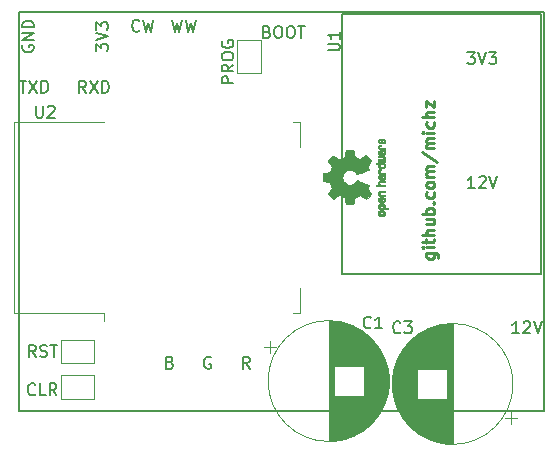
<source format=gbr>
%TF.GenerationSoftware,KiCad,Pcbnew,5.1.2-f72e74a~84~ubuntu18.04.1*%
%TF.CreationDate,2019-05-18T14:46:29+02:00*%
%TF.ProjectId,rgbww-micro-board,72676277-772d-46d6-9963-726f2d626f61,rev?*%
%TF.SameCoordinates,PXb903480PY55d4a80*%
%TF.FileFunction,Legend,Top*%
%TF.FilePolarity,Positive*%
%FSLAX46Y46*%
G04 Gerber Fmt 4.6, Leading zero omitted, Abs format (unit mm)*
G04 Created by KiCad (PCBNEW 5.1.2-f72e74a~84~ubuntu18.04.1) date 2019-05-18 14:46:29*
%MOMM*%
%LPD*%
G04 APERTURE LIST*
%ADD10C,0.250000*%
%ADD11C,0.200000*%
%ADD12C,0.120000*%
%ADD13C,0.150000*%
%ADD14C,0.010000*%
G04 APERTURE END LIST*
D10*
X34535714Y13333334D02*
X35345238Y13333334D01*
X35440476Y13285715D01*
X35488095Y13238096D01*
X35535714Y13142858D01*
X35535714Y13000000D01*
X35488095Y12904762D01*
X35154761Y13333334D02*
X35202380Y13238096D01*
X35202380Y13047620D01*
X35154761Y12952381D01*
X35107142Y12904762D01*
X35011904Y12857143D01*
X34726190Y12857143D01*
X34630952Y12904762D01*
X34583333Y12952381D01*
X34535714Y13047620D01*
X34535714Y13238096D01*
X34583333Y13333334D01*
X35202380Y13809524D02*
X34535714Y13809524D01*
X34202380Y13809524D02*
X34250000Y13761905D01*
X34297619Y13809524D01*
X34250000Y13857143D01*
X34202380Y13809524D01*
X34297619Y13809524D01*
X34535714Y14142858D02*
X34535714Y14523810D01*
X34202380Y14285715D02*
X35059523Y14285715D01*
X35154761Y14333334D01*
X35202380Y14428572D01*
X35202380Y14523810D01*
X35202380Y14857143D02*
X34202380Y14857143D01*
X35202380Y15285715D02*
X34678571Y15285715D01*
X34583333Y15238096D01*
X34535714Y15142858D01*
X34535714Y15000000D01*
X34583333Y14904762D01*
X34630952Y14857143D01*
X34535714Y16190477D02*
X35202380Y16190477D01*
X34535714Y15761905D02*
X35059523Y15761905D01*
X35154761Y15809524D01*
X35202380Y15904762D01*
X35202380Y16047620D01*
X35154761Y16142858D01*
X35107142Y16190477D01*
X35202380Y16666667D02*
X34202380Y16666667D01*
X34583333Y16666667D02*
X34535714Y16761905D01*
X34535714Y16952381D01*
X34583333Y17047620D01*
X34630952Y17095239D01*
X34726190Y17142858D01*
X35011904Y17142858D01*
X35107142Y17095239D01*
X35154761Y17047620D01*
X35202380Y16952381D01*
X35202380Y16761905D01*
X35154761Y16666667D01*
X35107142Y17571429D02*
X35154761Y17619048D01*
X35202380Y17571429D01*
X35154761Y17523810D01*
X35107142Y17571429D01*
X35202380Y17571429D01*
X35154761Y18476191D02*
X35202380Y18380953D01*
X35202380Y18190477D01*
X35154761Y18095239D01*
X35107142Y18047620D01*
X35011904Y18000000D01*
X34726190Y18000000D01*
X34630952Y18047620D01*
X34583333Y18095239D01*
X34535714Y18190477D01*
X34535714Y18380953D01*
X34583333Y18476191D01*
X35202380Y19047620D02*
X35154761Y18952381D01*
X35107142Y18904762D01*
X35011904Y18857143D01*
X34726190Y18857143D01*
X34630952Y18904762D01*
X34583333Y18952381D01*
X34535714Y19047620D01*
X34535714Y19190477D01*
X34583333Y19285715D01*
X34630952Y19333334D01*
X34726190Y19380953D01*
X35011904Y19380953D01*
X35107142Y19333334D01*
X35154761Y19285715D01*
X35202380Y19190477D01*
X35202380Y19047620D01*
X35202380Y19809524D02*
X34535714Y19809524D01*
X34630952Y19809524D02*
X34583333Y19857143D01*
X34535714Y19952381D01*
X34535714Y20095239D01*
X34583333Y20190477D01*
X34678571Y20238096D01*
X35202380Y20238096D01*
X34678571Y20238096D02*
X34583333Y20285715D01*
X34535714Y20380953D01*
X34535714Y20523810D01*
X34583333Y20619048D01*
X34678571Y20666667D01*
X35202380Y20666667D01*
X34154761Y21857143D02*
X35440476Y21000000D01*
X35202380Y22190477D02*
X34535714Y22190477D01*
X34630952Y22190477D02*
X34583333Y22238096D01*
X34535714Y22333334D01*
X34535714Y22476191D01*
X34583333Y22571429D01*
X34678571Y22619048D01*
X35202380Y22619048D01*
X34678571Y22619048D02*
X34583333Y22666667D01*
X34535714Y22761905D01*
X34535714Y22904762D01*
X34583333Y23000000D01*
X34678571Y23047620D01*
X35202380Y23047620D01*
X35202380Y23523810D02*
X34535714Y23523810D01*
X34202380Y23523810D02*
X34250000Y23476191D01*
X34297619Y23523810D01*
X34250000Y23571429D01*
X34202380Y23523810D01*
X34297619Y23523810D01*
X35154761Y24428572D02*
X35202380Y24333334D01*
X35202380Y24142858D01*
X35154761Y24047620D01*
X35107142Y24000000D01*
X35011904Y23952381D01*
X34726190Y23952381D01*
X34630952Y24000000D01*
X34583333Y24047620D01*
X34535714Y24142858D01*
X34535714Y24333334D01*
X34583333Y24428572D01*
X35202380Y24857143D02*
X34202380Y24857143D01*
X35202380Y25285715D02*
X34678571Y25285715D01*
X34583333Y25238096D01*
X34535714Y25142858D01*
X34535714Y25000000D01*
X34583333Y24904762D01*
X34630952Y24857143D01*
X34535714Y25666667D02*
X34535714Y26190477D01*
X35202380Y25666667D01*
X35202380Y26190477D01*
D11*
X44500000Y33750000D02*
X0Y33750000D01*
X44500000Y0D02*
X44500000Y33750000D01*
X0Y0D02*
X44500000Y0D01*
X0Y33750000D02*
X0Y0D01*
D12*
X-380000Y8220000D02*
X-380000Y24460000D01*
X-380000Y24460000D02*
X7240000Y24460000D01*
X23240000Y24460000D02*
X23860000Y24460000D01*
X23860000Y24460000D02*
X23860000Y22340000D01*
X23860000Y10340000D02*
X23860000Y8220000D01*
X23860000Y8220000D02*
X23240000Y8220000D01*
X7240000Y8220000D02*
X-380000Y8220000D01*
X7240000Y8220000D02*
X7240000Y7610000D01*
D13*
X27350000Y11550000D02*
X27350000Y33550000D01*
X27350000Y33550000D02*
X44250000Y33550000D01*
X27350000Y11550000D02*
X44250000Y11550000D01*
X44250000Y11550000D02*
X44250000Y33550000D01*
D12*
X31370000Y2500000D02*
G75*
G03X31370000Y2500000I-5120000J0D01*
G01*
X26250000Y7580000D02*
X26250000Y-2580000D01*
X26290000Y7580000D02*
X26290000Y-2580000D01*
X26330000Y7580000D02*
X26330000Y-2580000D01*
X26370000Y7579000D02*
X26370000Y-2579000D01*
X26410000Y7578000D02*
X26410000Y-2578000D01*
X26450000Y7577000D02*
X26450000Y-2577000D01*
X26490000Y7575000D02*
X26490000Y-2575000D01*
X26530000Y7573000D02*
X26530000Y-2573000D01*
X26570000Y7570000D02*
X26570000Y-2570000D01*
X26610000Y7568000D02*
X26610000Y-2568000D01*
X26650000Y7565000D02*
X26650000Y-2565000D01*
X26690000Y7562000D02*
X26690000Y-2562000D01*
X26730000Y7558000D02*
X26730000Y-2558000D01*
X26770000Y7554000D02*
X26770000Y3741000D01*
X26770000Y1259000D02*
X26770000Y-2554000D01*
X26810000Y7550000D02*
X26810000Y3741000D01*
X26810000Y1259000D02*
X26810000Y-2550000D01*
X26850000Y7545000D02*
X26850000Y3741000D01*
X26850000Y1259000D02*
X26850000Y-2545000D01*
X26890000Y7540000D02*
X26890000Y3741000D01*
X26890000Y1259000D02*
X26890000Y-2540000D01*
X26930000Y7535000D02*
X26930000Y3741000D01*
X26930000Y1259000D02*
X26930000Y-2535000D01*
X26971000Y7530000D02*
X26971000Y3741000D01*
X26971000Y1259000D02*
X26971000Y-2530000D01*
X27011000Y7524000D02*
X27011000Y3741000D01*
X27011000Y1259000D02*
X27011000Y-2524000D01*
X27051000Y7518000D02*
X27051000Y3741000D01*
X27051000Y1259000D02*
X27051000Y-2518000D01*
X27091000Y7511000D02*
X27091000Y3741000D01*
X27091000Y1259000D02*
X27091000Y-2511000D01*
X27131000Y7504000D02*
X27131000Y3741000D01*
X27131000Y1259000D02*
X27131000Y-2504000D01*
X27171000Y7497000D02*
X27171000Y3741000D01*
X27171000Y1259000D02*
X27171000Y-2497000D01*
X27211000Y7490000D02*
X27211000Y3741000D01*
X27211000Y1259000D02*
X27211000Y-2490000D01*
X27251000Y7482000D02*
X27251000Y3741000D01*
X27251000Y1259000D02*
X27251000Y-2482000D01*
X27291000Y7474000D02*
X27291000Y3741000D01*
X27291000Y1259000D02*
X27291000Y-2474000D01*
X27331000Y7465000D02*
X27331000Y3741000D01*
X27331000Y1259000D02*
X27331000Y-2465000D01*
X27371000Y7456000D02*
X27371000Y3741000D01*
X27371000Y1259000D02*
X27371000Y-2456000D01*
X27411000Y7447000D02*
X27411000Y3741000D01*
X27411000Y1259000D02*
X27411000Y-2447000D01*
X27451000Y7438000D02*
X27451000Y3741000D01*
X27451000Y1259000D02*
X27451000Y-2438000D01*
X27491000Y7428000D02*
X27491000Y3741000D01*
X27491000Y1259000D02*
X27491000Y-2428000D01*
X27531000Y7418000D02*
X27531000Y3741000D01*
X27531000Y1259000D02*
X27531000Y-2418000D01*
X27571000Y7407000D02*
X27571000Y3741000D01*
X27571000Y1259000D02*
X27571000Y-2407000D01*
X27611000Y7397000D02*
X27611000Y3741000D01*
X27611000Y1259000D02*
X27611000Y-2397000D01*
X27651000Y7385000D02*
X27651000Y3741000D01*
X27651000Y1259000D02*
X27651000Y-2385000D01*
X27691000Y7374000D02*
X27691000Y3741000D01*
X27691000Y1259000D02*
X27691000Y-2374000D01*
X27731000Y7362000D02*
X27731000Y3741000D01*
X27731000Y1259000D02*
X27731000Y-2362000D01*
X27771000Y7350000D02*
X27771000Y3741000D01*
X27771000Y1259000D02*
X27771000Y-2350000D01*
X27811000Y7337000D02*
X27811000Y3741000D01*
X27811000Y1259000D02*
X27811000Y-2337000D01*
X27851000Y7324000D02*
X27851000Y3741000D01*
X27851000Y1259000D02*
X27851000Y-2324000D01*
X27891000Y7311000D02*
X27891000Y3741000D01*
X27891000Y1259000D02*
X27891000Y-2311000D01*
X27931000Y7297000D02*
X27931000Y3741000D01*
X27931000Y1259000D02*
X27931000Y-2297000D01*
X27971000Y7283000D02*
X27971000Y3741000D01*
X27971000Y1259000D02*
X27971000Y-2283000D01*
X28011000Y7268000D02*
X28011000Y3741000D01*
X28011000Y1259000D02*
X28011000Y-2268000D01*
X28051000Y7254000D02*
X28051000Y3741000D01*
X28051000Y1259000D02*
X28051000Y-2254000D01*
X28091000Y7238000D02*
X28091000Y3741000D01*
X28091000Y1259000D02*
X28091000Y-2238000D01*
X28131000Y7223000D02*
X28131000Y3741000D01*
X28131000Y1259000D02*
X28131000Y-2223000D01*
X28171000Y7207000D02*
X28171000Y3741000D01*
X28171000Y1259000D02*
X28171000Y-2207000D01*
X28211000Y7190000D02*
X28211000Y3741000D01*
X28211000Y1259000D02*
X28211000Y-2190000D01*
X28251000Y7174000D02*
X28251000Y3741000D01*
X28251000Y1259000D02*
X28251000Y-2174000D01*
X28291000Y7157000D02*
X28291000Y3741000D01*
X28291000Y1259000D02*
X28291000Y-2157000D01*
X28331000Y7139000D02*
X28331000Y3741000D01*
X28331000Y1259000D02*
X28331000Y-2139000D01*
X28371000Y7121000D02*
X28371000Y3741000D01*
X28371000Y1259000D02*
X28371000Y-2121000D01*
X28411000Y7103000D02*
X28411000Y3741000D01*
X28411000Y1259000D02*
X28411000Y-2103000D01*
X28451000Y7084000D02*
X28451000Y3741000D01*
X28451000Y1259000D02*
X28451000Y-2084000D01*
X28491000Y7064000D02*
X28491000Y3741000D01*
X28491000Y1259000D02*
X28491000Y-2064000D01*
X28531000Y7045000D02*
X28531000Y3741000D01*
X28531000Y1259000D02*
X28531000Y-2045000D01*
X28571000Y7025000D02*
X28571000Y3741000D01*
X28571000Y1259000D02*
X28571000Y-2025000D01*
X28611000Y7004000D02*
X28611000Y3741000D01*
X28611000Y1259000D02*
X28611000Y-2004000D01*
X28651000Y6983000D02*
X28651000Y3741000D01*
X28651000Y1259000D02*
X28651000Y-1983000D01*
X28691000Y6962000D02*
X28691000Y3741000D01*
X28691000Y1259000D02*
X28691000Y-1962000D01*
X28731000Y6940000D02*
X28731000Y3741000D01*
X28731000Y1259000D02*
X28731000Y-1940000D01*
X28771000Y6917000D02*
X28771000Y3741000D01*
X28771000Y1259000D02*
X28771000Y-1917000D01*
X28811000Y6895000D02*
X28811000Y3741000D01*
X28811000Y1259000D02*
X28811000Y-1895000D01*
X28851000Y6871000D02*
X28851000Y3741000D01*
X28851000Y1259000D02*
X28851000Y-1871000D01*
X28891000Y6847000D02*
X28891000Y3741000D01*
X28891000Y1259000D02*
X28891000Y-1847000D01*
X28931000Y6823000D02*
X28931000Y3741000D01*
X28931000Y1259000D02*
X28931000Y-1823000D01*
X28971000Y6798000D02*
X28971000Y3741000D01*
X28971000Y1259000D02*
X28971000Y-1798000D01*
X29011000Y6773000D02*
X29011000Y3741000D01*
X29011000Y1259000D02*
X29011000Y-1773000D01*
X29051000Y6747000D02*
X29051000Y3741000D01*
X29051000Y1259000D02*
X29051000Y-1747000D01*
X29091000Y6721000D02*
X29091000Y3741000D01*
X29091000Y1259000D02*
X29091000Y-1721000D01*
X29131000Y6694000D02*
X29131000Y3741000D01*
X29131000Y1259000D02*
X29131000Y-1694000D01*
X29171000Y6666000D02*
X29171000Y3741000D01*
X29171000Y1259000D02*
X29171000Y-1666000D01*
X29211000Y6638000D02*
X29211000Y3741000D01*
X29211000Y1259000D02*
X29211000Y-1638000D01*
X29251000Y6610000D02*
X29251000Y-1610000D01*
X29291000Y6580000D02*
X29291000Y-1580000D01*
X29331000Y6550000D02*
X29331000Y-1550000D01*
X29371000Y6520000D02*
X29371000Y-1520000D01*
X29411000Y6489000D02*
X29411000Y-1489000D01*
X29451000Y6457000D02*
X29451000Y-1457000D01*
X29491000Y6425000D02*
X29491000Y-1425000D01*
X29531000Y6392000D02*
X29531000Y-1392000D01*
X29571000Y6358000D02*
X29571000Y-1358000D01*
X29611000Y6324000D02*
X29611000Y-1324000D01*
X29651000Y6289000D02*
X29651000Y-1289000D01*
X29691000Y6253000D02*
X29691000Y-1253000D01*
X29731000Y6216000D02*
X29731000Y-1216000D01*
X29771000Y6179000D02*
X29771000Y-1179000D01*
X29811000Y6140000D02*
X29811000Y-1140000D01*
X29851000Y6101000D02*
X29851000Y-1101000D01*
X29891000Y6061000D02*
X29891000Y-1061000D01*
X29931000Y6020000D02*
X29931000Y-1020000D01*
X29971000Y5978000D02*
X29971000Y-978000D01*
X30011000Y5936000D02*
X30011000Y-936000D01*
X30051000Y5892000D02*
X30051000Y-892000D01*
X30091000Y5847000D02*
X30091000Y-847000D01*
X30131000Y5801000D02*
X30131000Y-801000D01*
X30171000Y5754000D02*
X30171000Y-754000D01*
X30211000Y5706000D02*
X30211000Y-706000D01*
X30251000Y5656000D02*
X30251000Y-656000D01*
X30291000Y5606000D02*
X30291000Y-606000D01*
X30331000Y5554000D02*
X30331000Y-554000D01*
X30371000Y5500000D02*
X30371000Y-500000D01*
X30411000Y5445000D02*
X30411000Y-445000D01*
X30451000Y5389000D02*
X30451000Y-389000D01*
X30491000Y5330000D02*
X30491000Y-330000D01*
X30531000Y5270000D02*
X30531000Y-270000D01*
X30571000Y5209000D02*
X30571000Y-209000D01*
X30611000Y5145000D02*
X30611000Y-145000D01*
X30651000Y5079000D02*
X30651000Y-79000D01*
X30691000Y5010000D02*
X30691000Y-10000D01*
X30731000Y4939000D02*
X30731000Y61000D01*
X30771000Y4865000D02*
X30771000Y135000D01*
X30811000Y4789000D02*
X30811000Y211000D01*
X30851000Y4709000D02*
X30851000Y291000D01*
X30891000Y4625000D02*
X30891000Y375000D01*
X30931000Y4537000D02*
X30931000Y463000D01*
X30971000Y4444000D02*
X30971000Y556000D01*
X31011000Y4346000D02*
X31011000Y654000D01*
X31051000Y4242000D02*
X31051000Y758000D01*
X31091000Y4130000D02*
X31091000Y870000D01*
X31131000Y4010000D02*
X31131000Y990000D01*
X31171000Y3878000D02*
X31171000Y1122000D01*
X31211000Y3730000D02*
X31211000Y1270000D01*
X31251000Y3562000D02*
X31251000Y1438000D01*
X31291000Y3362000D02*
X31291000Y1638000D01*
X31331000Y3099000D02*
X31331000Y1901000D01*
X20770354Y5375000D02*
X21770354Y5375000D01*
X21270354Y5875000D02*
X21270354Y4875000D01*
X41729646Y-1125000D02*
X41729646Y-125000D01*
X42229646Y-625000D02*
X41229646Y-625000D01*
X31669000Y1651000D02*
X31669000Y2849000D01*
X31709000Y1388000D02*
X31709000Y3112000D01*
X31749000Y1188000D02*
X31749000Y3312000D01*
X31789000Y1020000D02*
X31789000Y3480000D01*
X31829000Y872000D02*
X31829000Y3628000D01*
X31869000Y740000D02*
X31869000Y3760000D01*
X31909000Y620000D02*
X31909000Y3880000D01*
X31949000Y508000D02*
X31949000Y3992000D01*
X31989000Y404000D02*
X31989000Y4096000D01*
X32029000Y306000D02*
X32029000Y4194000D01*
X32069000Y213000D02*
X32069000Y4287000D01*
X32109000Y125000D02*
X32109000Y4375000D01*
X32149000Y41000D02*
X32149000Y4459000D01*
X32189000Y-39000D02*
X32189000Y4539000D01*
X32229000Y-115000D02*
X32229000Y4615000D01*
X32269000Y-189000D02*
X32269000Y4689000D01*
X32309000Y-260000D02*
X32309000Y4760000D01*
X32349000Y-329000D02*
X32349000Y4829000D01*
X32389000Y-395000D02*
X32389000Y4895000D01*
X32429000Y-459000D02*
X32429000Y4959000D01*
X32469000Y-520000D02*
X32469000Y5020000D01*
X32509000Y-580000D02*
X32509000Y5080000D01*
X32549000Y-639000D02*
X32549000Y5139000D01*
X32589000Y-695000D02*
X32589000Y5195000D01*
X32629000Y-750000D02*
X32629000Y5250000D01*
X32669000Y-804000D02*
X32669000Y5304000D01*
X32709000Y-856000D02*
X32709000Y5356000D01*
X32749000Y-906000D02*
X32749000Y5406000D01*
X32789000Y-956000D02*
X32789000Y5456000D01*
X32829000Y-1004000D02*
X32829000Y5504000D01*
X32869000Y-1051000D02*
X32869000Y5551000D01*
X32909000Y-1097000D02*
X32909000Y5597000D01*
X32949000Y-1142000D02*
X32949000Y5642000D01*
X32989000Y-1186000D02*
X32989000Y5686000D01*
X33029000Y-1228000D02*
X33029000Y5728000D01*
X33069000Y-1270000D02*
X33069000Y5770000D01*
X33109000Y-1311000D02*
X33109000Y5811000D01*
X33149000Y-1351000D02*
X33149000Y5851000D01*
X33189000Y-1390000D02*
X33189000Y5890000D01*
X33229000Y-1429000D02*
X33229000Y5929000D01*
X33269000Y-1466000D02*
X33269000Y5966000D01*
X33309000Y-1503000D02*
X33309000Y6003000D01*
X33349000Y-1539000D02*
X33349000Y6039000D01*
X33389000Y-1574000D02*
X33389000Y6074000D01*
X33429000Y-1608000D02*
X33429000Y6108000D01*
X33469000Y-1642000D02*
X33469000Y6142000D01*
X33509000Y-1675000D02*
X33509000Y6175000D01*
X33549000Y-1707000D02*
X33549000Y6207000D01*
X33589000Y-1739000D02*
X33589000Y6239000D01*
X33629000Y-1770000D02*
X33629000Y6270000D01*
X33669000Y-1800000D02*
X33669000Y6300000D01*
X33709000Y-1830000D02*
X33709000Y6330000D01*
X33749000Y-1860000D02*
X33749000Y6360000D01*
X33789000Y3491000D02*
X33789000Y6388000D01*
X33789000Y-1888000D02*
X33789000Y1009000D01*
X33829000Y3491000D02*
X33829000Y6416000D01*
X33829000Y-1916000D02*
X33829000Y1009000D01*
X33869000Y3491000D02*
X33869000Y6444000D01*
X33869000Y-1944000D02*
X33869000Y1009000D01*
X33909000Y3491000D02*
X33909000Y6471000D01*
X33909000Y-1971000D02*
X33909000Y1009000D01*
X33949000Y3491000D02*
X33949000Y6497000D01*
X33949000Y-1997000D02*
X33949000Y1009000D01*
X33989000Y3491000D02*
X33989000Y6523000D01*
X33989000Y-2023000D02*
X33989000Y1009000D01*
X34029000Y3491000D02*
X34029000Y6548000D01*
X34029000Y-2048000D02*
X34029000Y1009000D01*
X34069000Y3491000D02*
X34069000Y6573000D01*
X34069000Y-2073000D02*
X34069000Y1009000D01*
X34109000Y3491000D02*
X34109000Y6597000D01*
X34109000Y-2097000D02*
X34109000Y1009000D01*
X34149000Y3491000D02*
X34149000Y6621000D01*
X34149000Y-2121000D02*
X34149000Y1009000D01*
X34189000Y3491000D02*
X34189000Y6645000D01*
X34189000Y-2145000D02*
X34189000Y1009000D01*
X34229000Y3491000D02*
X34229000Y6667000D01*
X34229000Y-2167000D02*
X34229000Y1009000D01*
X34269000Y3491000D02*
X34269000Y6690000D01*
X34269000Y-2190000D02*
X34269000Y1009000D01*
X34309000Y3491000D02*
X34309000Y6712000D01*
X34309000Y-2212000D02*
X34309000Y1009000D01*
X34349000Y3491000D02*
X34349000Y6733000D01*
X34349000Y-2233000D02*
X34349000Y1009000D01*
X34389000Y3491000D02*
X34389000Y6754000D01*
X34389000Y-2254000D02*
X34389000Y1009000D01*
X34429000Y3491000D02*
X34429000Y6775000D01*
X34429000Y-2275000D02*
X34429000Y1009000D01*
X34469000Y3491000D02*
X34469000Y6795000D01*
X34469000Y-2295000D02*
X34469000Y1009000D01*
X34509000Y3491000D02*
X34509000Y6814000D01*
X34509000Y-2314000D02*
X34509000Y1009000D01*
X34549000Y3491000D02*
X34549000Y6834000D01*
X34549000Y-2334000D02*
X34549000Y1009000D01*
X34589000Y3491000D02*
X34589000Y6853000D01*
X34589000Y-2353000D02*
X34589000Y1009000D01*
X34629000Y3491000D02*
X34629000Y6871000D01*
X34629000Y-2371000D02*
X34629000Y1009000D01*
X34669000Y3491000D02*
X34669000Y6889000D01*
X34669000Y-2389000D02*
X34669000Y1009000D01*
X34709000Y3491000D02*
X34709000Y6907000D01*
X34709000Y-2407000D02*
X34709000Y1009000D01*
X34749000Y3491000D02*
X34749000Y6924000D01*
X34749000Y-2424000D02*
X34749000Y1009000D01*
X34789000Y3491000D02*
X34789000Y6940000D01*
X34789000Y-2440000D02*
X34789000Y1009000D01*
X34829000Y3491000D02*
X34829000Y6957000D01*
X34829000Y-2457000D02*
X34829000Y1009000D01*
X34869000Y3491000D02*
X34869000Y6973000D01*
X34869000Y-2473000D02*
X34869000Y1009000D01*
X34909000Y3491000D02*
X34909000Y6988000D01*
X34909000Y-2488000D02*
X34909000Y1009000D01*
X34949000Y3491000D02*
X34949000Y7004000D01*
X34949000Y-2504000D02*
X34949000Y1009000D01*
X34989000Y3491000D02*
X34989000Y7018000D01*
X34989000Y-2518000D02*
X34989000Y1009000D01*
X35029000Y3491000D02*
X35029000Y7033000D01*
X35029000Y-2533000D02*
X35029000Y1009000D01*
X35069000Y3491000D02*
X35069000Y7047000D01*
X35069000Y-2547000D02*
X35069000Y1009000D01*
X35109000Y3491000D02*
X35109000Y7061000D01*
X35109000Y-2561000D02*
X35109000Y1009000D01*
X35149000Y3491000D02*
X35149000Y7074000D01*
X35149000Y-2574000D02*
X35149000Y1009000D01*
X35189000Y3491000D02*
X35189000Y7087000D01*
X35189000Y-2587000D02*
X35189000Y1009000D01*
X35229000Y3491000D02*
X35229000Y7100000D01*
X35229000Y-2600000D02*
X35229000Y1009000D01*
X35269000Y3491000D02*
X35269000Y7112000D01*
X35269000Y-2612000D02*
X35269000Y1009000D01*
X35309000Y3491000D02*
X35309000Y7124000D01*
X35309000Y-2624000D02*
X35309000Y1009000D01*
X35349000Y3491000D02*
X35349000Y7135000D01*
X35349000Y-2635000D02*
X35349000Y1009000D01*
X35389000Y3491000D02*
X35389000Y7147000D01*
X35389000Y-2647000D02*
X35389000Y1009000D01*
X35429000Y3491000D02*
X35429000Y7157000D01*
X35429000Y-2657000D02*
X35429000Y1009000D01*
X35469000Y3491000D02*
X35469000Y7168000D01*
X35469000Y-2668000D02*
X35469000Y1009000D01*
X35509000Y3491000D02*
X35509000Y7178000D01*
X35509000Y-2678000D02*
X35509000Y1009000D01*
X35549000Y3491000D02*
X35549000Y7188000D01*
X35549000Y-2688000D02*
X35549000Y1009000D01*
X35589000Y3491000D02*
X35589000Y7197000D01*
X35589000Y-2697000D02*
X35589000Y1009000D01*
X35629000Y3491000D02*
X35629000Y7206000D01*
X35629000Y-2706000D02*
X35629000Y1009000D01*
X35669000Y3491000D02*
X35669000Y7215000D01*
X35669000Y-2715000D02*
X35669000Y1009000D01*
X35709000Y3491000D02*
X35709000Y7224000D01*
X35709000Y-2724000D02*
X35709000Y1009000D01*
X35749000Y3491000D02*
X35749000Y7232000D01*
X35749000Y-2732000D02*
X35749000Y1009000D01*
X35789000Y3491000D02*
X35789000Y7240000D01*
X35789000Y-2740000D02*
X35789000Y1009000D01*
X35829000Y3491000D02*
X35829000Y7247000D01*
X35829000Y-2747000D02*
X35829000Y1009000D01*
X35869000Y3491000D02*
X35869000Y7254000D01*
X35869000Y-2754000D02*
X35869000Y1009000D01*
X35909000Y3491000D02*
X35909000Y7261000D01*
X35909000Y-2761000D02*
X35909000Y1009000D01*
X35949000Y3491000D02*
X35949000Y7268000D01*
X35949000Y-2768000D02*
X35949000Y1009000D01*
X35989000Y3491000D02*
X35989000Y7274000D01*
X35989000Y-2774000D02*
X35989000Y1009000D01*
X36029000Y3491000D02*
X36029000Y7280000D01*
X36029000Y-2780000D02*
X36029000Y1009000D01*
X36070000Y3491000D02*
X36070000Y7285000D01*
X36070000Y-2785000D02*
X36070000Y1009000D01*
X36110000Y3491000D02*
X36110000Y7290000D01*
X36110000Y-2790000D02*
X36110000Y1009000D01*
X36150000Y3491000D02*
X36150000Y7295000D01*
X36150000Y-2795000D02*
X36150000Y1009000D01*
X36190000Y3491000D02*
X36190000Y7300000D01*
X36190000Y-2800000D02*
X36190000Y1009000D01*
X36230000Y3491000D02*
X36230000Y7304000D01*
X36230000Y-2804000D02*
X36230000Y1009000D01*
X36270000Y-2808000D02*
X36270000Y7308000D01*
X36310000Y-2812000D02*
X36310000Y7312000D01*
X36350000Y-2815000D02*
X36350000Y7315000D01*
X36390000Y-2818000D02*
X36390000Y7318000D01*
X36430000Y-2820000D02*
X36430000Y7320000D01*
X36470000Y-2823000D02*
X36470000Y7323000D01*
X36510000Y-2825000D02*
X36510000Y7325000D01*
X36550000Y-2827000D02*
X36550000Y7327000D01*
X36590000Y-2828000D02*
X36590000Y7328000D01*
X36630000Y-2829000D02*
X36630000Y7329000D01*
X36670000Y-2830000D02*
X36670000Y7330000D01*
X36710000Y-2830000D02*
X36710000Y7330000D01*
X36750000Y-2830000D02*
X36750000Y7330000D01*
X41870000Y2250000D02*
G75*
G03X41870000Y2250000I-5120000J0D01*
G01*
X6400000Y6000000D02*
X6400000Y4000000D01*
X3600000Y6000000D02*
X6400000Y6000000D01*
X3600000Y4000000D02*
X3600000Y6000000D01*
X6400000Y4000000D02*
X3600000Y4000000D01*
X18500000Y31400000D02*
X20500000Y31400000D01*
X18500000Y28600000D02*
X18500000Y31400000D01*
X20500000Y28600000D02*
X18500000Y28600000D01*
X20500000Y31400000D02*
X20500000Y28600000D01*
X6400000Y1000000D02*
X3600000Y1000000D01*
X3600000Y1000000D02*
X3600000Y3000000D01*
X3600000Y3000000D02*
X6400000Y3000000D01*
X6400000Y3000000D02*
X6400000Y1000000D01*
D14*
G36*
X25742348Y19853910D02*
G01*
X25742778Y19932454D01*
X25743942Y19989298D01*
X25746207Y20028105D01*
X25749940Y20052538D01*
X25755506Y20066262D01*
X25763273Y20072940D01*
X25773605Y20076236D01*
X25774943Y20076556D01*
X25799079Y20081562D01*
X25846701Y20090829D01*
X25912741Y20103392D01*
X25992128Y20118287D01*
X26079796Y20134551D01*
X26082875Y20135119D01*
X26168789Y20151410D01*
X26244696Y20166652D01*
X26306045Y20179861D01*
X26348282Y20190054D01*
X26366855Y20196248D01*
X26367184Y20196543D01*
X26376253Y20214788D01*
X26391367Y20252405D01*
X26409262Y20301271D01*
X26409358Y20301543D01*
X26432493Y20363093D01*
X26461965Y20435657D01*
X26491597Y20504057D01*
X26493062Y20507294D01*
X26543626Y20618702D01*
X26375160Y20865399D01*
X26323803Y20941077D01*
X26277889Y21009631D01*
X26240030Y21067088D01*
X26212837Y21109476D01*
X26198921Y21132825D01*
X26197889Y21135042D01*
X26202484Y21152010D01*
X26224655Y21183701D01*
X26265447Y21231352D01*
X26325905Y21296198D01*
X26390227Y21362397D01*
X26453612Y21426214D01*
X26511451Y21483329D01*
X26560175Y21530305D01*
X26596210Y21563703D01*
X26615984Y21580085D01*
X26617002Y21580694D01*
X26630572Y21582505D01*
X26652733Y21575683D01*
X26686478Y21558540D01*
X26734800Y21529393D01*
X26800692Y21486555D01*
X26885517Y21429448D01*
X26960177Y21378766D01*
X27027140Y21333461D01*
X27082516Y21296150D01*
X27122420Y21269452D01*
X27142962Y21255985D01*
X27144356Y21255137D01*
X27164038Y21256781D01*
X27202293Y21269245D01*
X27251889Y21290048D01*
X27267728Y21297462D01*
X27338290Y21329814D01*
X27418353Y21364328D01*
X27487629Y21392365D01*
X27539045Y21412568D01*
X27578119Y21428615D01*
X27598541Y21437888D01*
X27600114Y21439041D01*
X27602721Y21456096D01*
X27609863Y21496298D01*
X27620523Y21554302D01*
X27633685Y21624763D01*
X27648333Y21702335D01*
X27663449Y21781672D01*
X27678018Y21857431D01*
X27691022Y21924264D01*
X27701445Y21976828D01*
X27708270Y22009776D01*
X27710199Y22017857D01*
X27714962Y22026205D01*
X27725718Y22032506D01*
X27746098Y22037045D01*
X27779734Y22040104D01*
X27830255Y22041967D01*
X27901292Y22042918D01*
X27996476Y22043240D01*
X28035492Y22043257D01*
X28352799Y22043257D01*
X28367839Y21967057D01*
X28375995Y21924663D01*
X28387899Y21861400D01*
X28402116Y21784962D01*
X28417210Y21703043D01*
X28421355Y21680400D01*
X28436053Y21604806D01*
X28450505Y21538953D01*
X28463375Y21488366D01*
X28473322Y21458574D01*
X28476287Y21453612D01*
X28497283Y21441426D01*
X28537967Y21423953D01*
X28590322Y21404577D01*
X28601600Y21400734D01*
X28671523Y21375339D01*
X28750418Y21343817D01*
X28821266Y21312969D01*
X28821595Y21312817D01*
X28932733Y21261447D01*
X29181253Y21430399D01*
X29429772Y21599352D01*
X29647058Y21382429D01*
X29711726Y21316819D01*
X29768733Y21256979D01*
X29815033Y21206267D01*
X29847584Y21168046D01*
X29863343Y21145675D01*
X29864343Y21142466D01*
X29856469Y21123626D01*
X29834578Y21085180D01*
X29801267Y21031330D01*
X29759131Y20966276D01*
X29711943Y20895940D01*
X29663810Y20824555D01*
X29621928Y20760908D01*
X29588871Y20709041D01*
X29567218Y20672995D01*
X29559543Y20656867D01*
X29566037Y20637189D01*
X29583150Y20599875D01*
X29607326Y20552621D01*
X29610013Y20547612D01*
X29641927Y20483977D01*
X29657579Y20440341D01*
X29657745Y20413202D01*
X29643204Y20399057D01*
X29643000Y20398975D01*
X29625779Y20391905D01*
X29584899Y20375042D01*
X29523525Y20349695D01*
X29444819Y20317171D01*
X29351947Y20278778D01*
X29248072Y20235822D01*
X29147502Y20194222D01*
X29036516Y20148504D01*
X28933703Y20106526D01*
X28842215Y20069548D01*
X28765201Y20038827D01*
X28705815Y20015622D01*
X28667209Y20001190D01*
X28652800Y19996743D01*
X28636272Y20007896D01*
X28609930Y20037069D01*
X28580887Y20075971D01*
X28489039Y20186757D01*
X28383759Y20273351D01*
X28267266Y20334716D01*
X28141776Y20369815D01*
X28009507Y20377608D01*
X27948457Y20371943D01*
X27821795Y20341078D01*
X27709941Y20287920D01*
X27614001Y20215767D01*
X27535076Y20127917D01*
X27474270Y20027665D01*
X27432687Y19918310D01*
X27411428Y19803147D01*
X27411599Y19685475D01*
X27434301Y19568590D01*
X27480638Y19455789D01*
X27551713Y19350369D01*
X27591911Y19306368D01*
X27695129Y19221979D01*
X27807925Y19163222D01*
X27927010Y19129704D01*
X28049095Y19121035D01*
X28170893Y19136823D01*
X28289116Y19176678D01*
X28400475Y19240207D01*
X28501684Y19327021D01*
X28580887Y19424029D01*
X28611162Y19464437D01*
X28637219Y19492982D01*
X28652825Y19503257D01*
X28669843Y19497877D01*
X28710500Y19482575D01*
X28771642Y19458612D01*
X28850119Y19427244D01*
X28942780Y19389732D01*
X29046472Y19347333D01*
X29147526Y19305663D01*
X29258607Y19259690D01*
X29361541Y19217107D01*
X29453165Y19179221D01*
X29530316Y19147340D01*
X29589831Y19122771D01*
X29628544Y19106820D01*
X29643000Y19100910D01*
X29657685Y19086948D01*
X29657642Y19059940D01*
X29642099Y19016413D01*
X29610284Y18952890D01*
X29610013Y18952388D01*
X29585323Y18904560D01*
X29567338Y18865897D01*
X29559614Y18844095D01*
X29559543Y18843133D01*
X29567378Y18826721D01*
X29589165Y18790487D01*
X29622328Y18738474D01*
X29664291Y18674725D01*
X29711943Y18604060D01*
X29760191Y18532116D01*
X29802151Y18467274D01*
X29835227Y18413735D01*
X29856821Y18375697D01*
X29864343Y18357533D01*
X29854457Y18340808D01*
X29826826Y18307180D01*
X29784495Y18260010D01*
X29730505Y18202658D01*
X29667899Y18138484D01*
X29646983Y18117497D01*
X29429623Y17900499D01*
X29187220Y18065668D01*
X29112781Y18115864D01*
X29045972Y18159919D01*
X28990665Y18195362D01*
X28950729Y18219719D01*
X28930036Y18230522D01*
X28928563Y18230838D01*
X28909058Y18225143D01*
X28869822Y18209826D01*
X28817430Y18187537D01*
X28782355Y18171893D01*
X28715201Y18142641D01*
X28647358Y18115094D01*
X28590034Y18093737D01*
X28572572Y18087935D01*
X28525938Y18071452D01*
X28489905Y18055340D01*
X28476287Y18046490D01*
X28467952Y18026960D01*
X28456137Y17984334D01*
X28442181Y17924145D01*
X28427422Y17851922D01*
X28421355Y17819600D01*
X28406273Y17737522D01*
X28391669Y17658795D01*
X28378980Y17591109D01*
X28369642Y17542160D01*
X28367839Y17532943D01*
X28352799Y17456743D01*
X28035492Y17456743D01*
X27931154Y17456914D01*
X27852213Y17457616D01*
X27795038Y17459134D01*
X27755999Y17461749D01*
X27731465Y17465746D01*
X27717805Y17471409D01*
X27711389Y17479020D01*
X27710199Y17482143D01*
X27705980Y17500978D01*
X27697562Y17542588D01*
X27685961Y17601630D01*
X27672195Y17672757D01*
X27657280Y17750625D01*
X27642232Y17829887D01*
X27628069Y17905198D01*
X27615806Y17971213D01*
X27606461Y18022587D01*
X27601050Y18053975D01*
X27600114Y18060959D01*
X27587596Y18067285D01*
X27554246Y18081290D01*
X27506377Y18100355D01*
X27487629Y18107634D01*
X27415195Y18136996D01*
X27335170Y18171571D01*
X27267728Y18202537D01*
X27216159Y18225323D01*
X27173785Y18240482D01*
X27147834Y18245542D01*
X27144356Y18244736D01*
X27127936Y18234041D01*
X27091417Y18209620D01*
X27038687Y18174095D01*
X26973635Y18130087D01*
X26900151Y18080217D01*
X26885645Y18070356D01*
X26799704Y18012492D01*
X26734261Y17969956D01*
X26686304Y17941054D01*
X26652820Y17924090D01*
X26630795Y17917367D01*
X26617217Y17919190D01*
X26617131Y17919236D01*
X26599297Y17933586D01*
X26564817Y17965323D01*
X26517268Y18011010D01*
X26460222Y18067204D01*
X26397255Y18130468D01*
X26390227Y18137602D01*
X26313020Y18217330D01*
X26256330Y18278857D01*
X26219110Y18323421D01*
X26200315Y18352257D01*
X26197889Y18364958D01*
X26208471Y18383494D01*
X26232916Y18421961D01*
X26268612Y18476386D01*
X26312947Y18542798D01*
X26363311Y18617225D01*
X26375160Y18634601D01*
X26543626Y18881297D01*
X26493062Y18992706D01*
X26463595Y19060457D01*
X26433959Y19133183D01*
X26410330Y19195703D01*
X26409358Y19198457D01*
X26391457Y19247360D01*
X26376320Y19285057D01*
X26367210Y19303425D01*
X26367184Y19303456D01*
X26350717Y19309285D01*
X26310219Y19319192D01*
X26250242Y19332195D01*
X26175340Y19347309D01*
X26090064Y19363552D01*
X26082875Y19364881D01*
X25995014Y19381175D01*
X25915260Y19396133D01*
X25848681Y19408791D01*
X25800347Y19418186D01*
X25775325Y19423354D01*
X25774943Y19423444D01*
X25764299Y19426589D01*
X25756262Y19432704D01*
X25750467Y19445453D01*
X25746547Y19468500D01*
X25744135Y19505509D01*
X25742865Y19560144D01*
X25742371Y19636067D01*
X25742286Y19736944D01*
X25742286Y19750000D01*
X25742348Y19853910D01*
X25742348Y19853910D01*
G37*
X25742348Y19853910D02*
X25742778Y19932454D01*
X25743942Y19989298D01*
X25746207Y20028105D01*
X25749940Y20052538D01*
X25755506Y20066262D01*
X25763273Y20072940D01*
X25773605Y20076236D01*
X25774943Y20076556D01*
X25799079Y20081562D01*
X25846701Y20090829D01*
X25912741Y20103392D01*
X25992128Y20118287D01*
X26079796Y20134551D01*
X26082875Y20135119D01*
X26168789Y20151410D01*
X26244696Y20166652D01*
X26306045Y20179861D01*
X26348282Y20190054D01*
X26366855Y20196248D01*
X26367184Y20196543D01*
X26376253Y20214788D01*
X26391367Y20252405D01*
X26409262Y20301271D01*
X26409358Y20301543D01*
X26432493Y20363093D01*
X26461965Y20435657D01*
X26491597Y20504057D01*
X26493062Y20507294D01*
X26543626Y20618702D01*
X26375160Y20865399D01*
X26323803Y20941077D01*
X26277889Y21009631D01*
X26240030Y21067088D01*
X26212837Y21109476D01*
X26198921Y21132825D01*
X26197889Y21135042D01*
X26202484Y21152010D01*
X26224655Y21183701D01*
X26265447Y21231352D01*
X26325905Y21296198D01*
X26390227Y21362397D01*
X26453612Y21426214D01*
X26511451Y21483329D01*
X26560175Y21530305D01*
X26596210Y21563703D01*
X26615984Y21580085D01*
X26617002Y21580694D01*
X26630572Y21582505D01*
X26652733Y21575683D01*
X26686478Y21558540D01*
X26734800Y21529393D01*
X26800692Y21486555D01*
X26885517Y21429448D01*
X26960177Y21378766D01*
X27027140Y21333461D01*
X27082516Y21296150D01*
X27122420Y21269452D01*
X27142962Y21255985D01*
X27144356Y21255137D01*
X27164038Y21256781D01*
X27202293Y21269245D01*
X27251889Y21290048D01*
X27267728Y21297462D01*
X27338290Y21329814D01*
X27418353Y21364328D01*
X27487629Y21392365D01*
X27539045Y21412568D01*
X27578119Y21428615D01*
X27598541Y21437888D01*
X27600114Y21439041D01*
X27602721Y21456096D01*
X27609863Y21496298D01*
X27620523Y21554302D01*
X27633685Y21624763D01*
X27648333Y21702335D01*
X27663449Y21781672D01*
X27678018Y21857431D01*
X27691022Y21924264D01*
X27701445Y21976828D01*
X27708270Y22009776D01*
X27710199Y22017857D01*
X27714962Y22026205D01*
X27725718Y22032506D01*
X27746098Y22037045D01*
X27779734Y22040104D01*
X27830255Y22041967D01*
X27901292Y22042918D01*
X27996476Y22043240D01*
X28035492Y22043257D01*
X28352799Y22043257D01*
X28367839Y21967057D01*
X28375995Y21924663D01*
X28387899Y21861400D01*
X28402116Y21784962D01*
X28417210Y21703043D01*
X28421355Y21680400D01*
X28436053Y21604806D01*
X28450505Y21538953D01*
X28463375Y21488366D01*
X28473322Y21458574D01*
X28476287Y21453612D01*
X28497283Y21441426D01*
X28537967Y21423953D01*
X28590322Y21404577D01*
X28601600Y21400734D01*
X28671523Y21375339D01*
X28750418Y21343817D01*
X28821266Y21312969D01*
X28821595Y21312817D01*
X28932733Y21261447D01*
X29181253Y21430399D01*
X29429772Y21599352D01*
X29647058Y21382429D01*
X29711726Y21316819D01*
X29768733Y21256979D01*
X29815033Y21206267D01*
X29847584Y21168046D01*
X29863343Y21145675D01*
X29864343Y21142466D01*
X29856469Y21123626D01*
X29834578Y21085180D01*
X29801267Y21031330D01*
X29759131Y20966276D01*
X29711943Y20895940D01*
X29663810Y20824555D01*
X29621928Y20760908D01*
X29588871Y20709041D01*
X29567218Y20672995D01*
X29559543Y20656867D01*
X29566037Y20637189D01*
X29583150Y20599875D01*
X29607326Y20552621D01*
X29610013Y20547612D01*
X29641927Y20483977D01*
X29657579Y20440341D01*
X29657745Y20413202D01*
X29643204Y20399057D01*
X29643000Y20398975D01*
X29625779Y20391905D01*
X29584899Y20375042D01*
X29523525Y20349695D01*
X29444819Y20317171D01*
X29351947Y20278778D01*
X29248072Y20235822D01*
X29147502Y20194222D01*
X29036516Y20148504D01*
X28933703Y20106526D01*
X28842215Y20069548D01*
X28765201Y20038827D01*
X28705815Y20015622D01*
X28667209Y20001190D01*
X28652800Y19996743D01*
X28636272Y20007896D01*
X28609930Y20037069D01*
X28580887Y20075971D01*
X28489039Y20186757D01*
X28383759Y20273351D01*
X28267266Y20334716D01*
X28141776Y20369815D01*
X28009507Y20377608D01*
X27948457Y20371943D01*
X27821795Y20341078D01*
X27709941Y20287920D01*
X27614001Y20215767D01*
X27535076Y20127917D01*
X27474270Y20027665D01*
X27432687Y19918310D01*
X27411428Y19803147D01*
X27411599Y19685475D01*
X27434301Y19568590D01*
X27480638Y19455789D01*
X27551713Y19350369D01*
X27591911Y19306368D01*
X27695129Y19221979D01*
X27807925Y19163222D01*
X27927010Y19129704D01*
X28049095Y19121035D01*
X28170893Y19136823D01*
X28289116Y19176678D01*
X28400475Y19240207D01*
X28501684Y19327021D01*
X28580887Y19424029D01*
X28611162Y19464437D01*
X28637219Y19492982D01*
X28652825Y19503257D01*
X28669843Y19497877D01*
X28710500Y19482575D01*
X28771642Y19458612D01*
X28850119Y19427244D01*
X28942780Y19389732D01*
X29046472Y19347333D01*
X29147526Y19305663D01*
X29258607Y19259690D01*
X29361541Y19217107D01*
X29453165Y19179221D01*
X29530316Y19147340D01*
X29589831Y19122771D01*
X29628544Y19106820D01*
X29643000Y19100910D01*
X29657685Y19086948D01*
X29657642Y19059940D01*
X29642099Y19016413D01*
X29610284Y18952890D01*
X29610013Y18952388D01*
X29585323Y18904560D01*
X29567338Y18865897D01*
X29559614Y18844095D01*
X29559543Y18843133D01*
X29567378Y18826721D01*
X29589165Y18790487D01*
X29622328Y18738474D01*
X29664291Y18674725D01*
X29711943Y18604060D01*
X29760191Y18532116D01*
X29802151Y18467274D01*
X29835227Y18413735D01*
X29856821Y18375697D01*
X29864343Y18357533D01*
X29854457Y18340808D01*
X29826826Y18307180D01*
X29784495Y18260010D01*
X29730505Y18202658D01*
X29667899Y18138484D01*
X29646983Y18117497D01*
X29429623Y17900499D01*
X29187220Y18065668D01*
X29112781Y18115864D01*
X29045972Y18159919D01*
X28990665Y18195362D01*
X28950729Y18219719D01*
X28930036Y18230522D01*
X28928563Y18230838D01*
X28909058Y18225143D01*
X28869822Y18209826D01*
X28817430Y18187537D01*
X28782355Y18171893D01*
X28715201Y18142641D01*
X28647358Y18115094D01*
X28590034Y18093737D01*
X28572572Y18087935D01*
X28525938Y18071452D01*
X28489905Y18055340D01*
X28476287Y18046490D01*
X28467952Y18026960D01*
X28456137Y17984334D01*
X28442181Y17924145D01*
X28427422Y17851922D01*
X28421355Y17819600D01*
X28406273Y17737522D01*
X28391669Y17658795D01*
X28378980Y17591109D01*
X28369642Y17542160D01*
X28367839Y17532943D01*
X28352799Y17456743D01*
X28035492Y17456743D01*
X27931154Y17456914D01*
X27852213Y17457616D01*
X27795038Y17459134D01*
X27755999Y17461749D01*
X27731465Y17465746D01*
X27717805Y17471409D01*
X27711389Y17479020D01*
X27710199Y17482143D01*
X27705980Y17500978D01*
X27697562Y17542588D01*
X27685961Y17601630D01*
X27672195Y17672757D01*
X27657280Y17750625D01*
X27642232Y17829887D01*
X27628069Y17905198D01*
X27615806Y17971213D01*
X27606461Y18022587D01*
X27601050Y18053975D01*
X27600114Y18060959D01*
X27587596Y18067285D01*
X27554246Y18081290D01*
X27506377Y18100355D01*
X27487629Y18107634D01*
X27415195Y18136996D01*
X27335170Y18171571D01*
X27267728Y18202537D01*
X27216159Y18225323D01*
X27173785Y18240482D01*
X27147834Y18245542D01*
X27144356Y18244736D01*
X27127936Y18234041D01*
X27091417Y18209620D01*
X27038687Y18174095D01*
X26973635Y18130087D01*
X26900151Y18080217D01*
X26885645Y18070356D01*
X26799704Y18012492D01*
X26734261Y17969956D01*
X26686304Y17941054D01*
X26652820Y17924090D01*
X26630795Y17917367D01*
X26617217Y17919190D01*
X26617131Y17919236D01*
X26599297Y17933586D01*
X26564817Y17965323D01*
X26517268Y18011010D01*
X26460222Y18067204D01*
X26397255Y18130468D01*
X26390227Y18137602D01*
X26313020Y18217330D01*
X26256330Y18278857D01*
X26219110Y18323421D01*
X26200315Y18352257D01*
X26197889Y18364958D01*
X26208471Y18383494D01*
X26232916Y18421961D01*
X26268612Y18476386D01*
X26312947Y18542798D01*
X26363311Y18617225D01*
X26375160Y18634601D01*
X26543626Y18881297D01*
X26493062Y18992706D01*
X26463595Y19060457D01*
X26433959Y19133183D01*
X26410330Y19195703D01*
X26409358Y19198457D01*
X26391457Y19247360D01*
X26376320Y19285057D01*
X26367210Y19303425D01*
X26367184Y19303456D01*
X26350717Y19309285D01*
X26310219Y19319192D01*
X26250242Y19332195D01*
X26175340Y19347309D01*
X26090064Y19363552D01*
X26082875Y19364881D01*
X25995014Y19381175D01*
X25915260Y19396133D01*
X25848681Y19408791D01*
X25800347Y19418186D01*
X25775325Y19423354D01*
X25774943Y19423444D01*
X25764299Y19426589D01*
X25756262Y19432704D01*
X25750467Y19445453D01*
X25746547Y19468500D01*
X25744135Y19505509D01*
X25742865Y19560144D01*
X25742371Y19636067D01*
X25742286Y19736944D01*
X25742286Y19750000D01*
X25742348Y19853910D01*
G36*
X30466966Y22903595D02*
G01*
X30504497Y22961021D01*
X30538096Y22988719D01*
X30599064Y23010662D01*
X30647308Y23012405D01*
X30711816Y23008457D01*
X30776934Y22859686D01*
X30810202Y22787349D01*
X30836964Y22740084D01*
X30860144Y22715507D01*
X30882667Y22711237D01*
X30907455Y22724889D01*
X30923886Y22739943D01*
X30950235Y22783746D01*
X30952081Y22831389D01*
X30931546Y22875145D01*
X30890752Y22907289D01*
X30876347Y22913038D01*
X30831356Y22940576D01*
X30812182Y22972258D01*
X30795779Y23015714D01*
X30857966Y23015714D01*
X30900283Y23011872D01*
X30935969Y22996823D01*
X30976943Y22965280D01*
X30982267Y22960592D01*
X31018720Y22925506D01*
X31038283Y22895347D01*
X31047283Y22857615D01*
X31050230Y22826335D01*
X31050965Y22770385D01*
X31041660Y22730555D01*
X31027846Y22705708D01*
X30997467Y22666656D01*
X30964613Y22639625D01*
X30923294Y22622517D01*
X30867521Y22613238D01*
X30791305Y22609693D01*
X30752622Y22609410D01*
X30706247Y22610372D01*
X30706247Y22698007D01*
X30731126Y22699023D01*
X30735200Y22701556D01*
X30729665Y22718274D01*
X30715017Y22754249D01*
X30694190Y22802331D01*
X30689714Y22812386D01*
X30658814Y22873152D01*
X30631657Y22906632D01*
X30606220Y22913990D01*
X30580481Y22896391D01*
X30569109Y22881856D01*
X30546364Y22829410D01*
X30550122Y22780322D01*
X30577884Y22739227D01*
X30627152Y22710758D01*
X30666257Y22701631D01*
X30706247Y22698007D01*
X30706247Y22610372D01*
X30662249Y22611285D01*
X30595384Y22618196D01*
X30546695Y22631884D01*
X30510849Y22654096D01*
X30482513Y22686574D01*
X30473355Y22700733D01*
X30449507Y22765053D01*
X30448006Y22835473D01*
X30466966Y22903595D01*
X30466966Y22903595D01*
G37*
X30466966Y22903595D02*
X30504497Y22961021D01*
X30538096Y22988719D01*
X30599064Y23010662D01*
X30647308Y23012405D01*
X30711816Y23008457D01*
X30776934Y22859686D01*
X30810202Y22787349D01*
X30836964Y22740084D01*
X30860144Y22715507D01*
X30882667Y22711237D01*
X30907455Y22724889D01*
X30923886Y22739943D01*
X30950235Y22783746D01*
X30952081Y22831389D01*
X30931546Y22875145D01*
X30890752Y22907289D01*
X30876347Y22913038D01*
X30831356Y22940576D01*
X30812182Y22972258D01*
X30795779Y23015714D01*
X30857966Y23015714D01*
X30900283Y23011872D01*
X30935969Y22996823D01*
X30976943Y22965280D01*
X30982267Y22960592D01*
X31018720Y22925506D01*
X31038283Y22895347D01*
X31047283Y22857615D01*
X31050230Y22826335D01*
X31050965Y22770385D01*
X31041660Y22730555D01*
X31027846Y22705708D01*
X30997467Y22666656D01*
X30964613Y22639625D01*
X30923294Y22622517D01*
X30867521Y22613238D01*
X30791305Y22609693D01*
X30752622Y22609410D01*
X30706247Y22610372D01*
X30706247Y22698007D01*
X30731126Y22699023D01*
X30735200Y22701556D01*
X30729665Y22718274D01*
X30715017Y22754249D01*
X30694190Y22802331D01*
X30689714Y22812386D01*
X30658814Y22873152D01*
X30631657Y22906632D01*
X30606220Y22913990D01*
X30580481Y22896391D01*
X30569109Y22881856D01*
X30546364Y22829410D01*
X30550122Y22780322D01*
X30577884Y22739227D01*
X30627152Y22710758D01*
X30666257Y22701631D01*
X30706247Y22698007D01*
X30706247Y22610372D01*
X30662249Y22611285D01*
X30595384Y22618196D01*
X30546695Y22631884D01*
X30510849Y22654096D01*
X30482513Y22686574D01*
X30473355Y22700733D01*
X30449507Y22765053D01*
X30448006Y22835473D01*
X30466966Y22903595D01*
G36*
X30458752Y22402600D02*
G01*
X30466334Y22419948D01*
X30499128Y22461356D01*
X30546547Y22496765D01*
X30597151Y22518664D01*
X30622098Y22522229D01*
X30656927Y22510279D01*
X30675357Y22484067D01*
X30686516Y22455964D01*
X30688572Y22443095D01*
X30673649Y22436829D01*
X30641175Y22424456D01*
X30626502Y22419028D01*
X30575744Y22388590D01*
X30550427Y22344520D01*
X30551206Y22288010D01*
X30552203Y22283825D01*
X30566507Y22253655D01*
X30594393Y22231476D01*
X30639287Y22216327D01*
X30704615Y22207250D01*
X30793804Y22203286D01*
X30841261Y22202914D01*
X30916071Y22202730D01*
X30967069Y22201522D01*
X30999471Y22198309D01*
X31018495Y22192109D01*
X31029356Y22181940D01*
X31037272Y22166819D01*
X31037670Y22165946D01*
X31049981Y22136828D01*
X31054514Y22122403D01*
X31040809Y22120186D01*
X31002925Y22118289D01*
X30945715Y22116847D01*
X30874027Y22115998D01*
X30821565Y22115829D01*
X30720047Y22116692D01*
X30643032Y22120070D01*
X30586023Y22127142D01*
X30544526Y22139088D01*
X30514043Y22157090D01*
X30490080Y22182327D01*
X30473355Y22207247D01*
X30451097Y22267171D01*
X30446076Y22336911D01*
X30458752Y22402600D01*
X30458752Y22402600D01*
G37*
X30458752Y22402600D02*
X30466334Y22419948D01*
X30499128Y22461356D01*
X30546547Y22496765D01*
X30597151Y22518664D01*
X30622098Y22522229D01*
X30656927Y22510279D01*
X30675357Y22484067D01*
X30686516Y22455964D01*
X30688572Y22443095D01*
X30673649Y22436829D01*
X30641175Y22424456D01*
X30626502Y22419028D01*
X30575744Y22388590D01*
X30550427Y22344520D01*
X30551206Y22288010D01*
X30552203Y22283825D01*
X30566507Y22253655D01*
X30594393Y22231476D01*
X30639287Y22216327D01*
X30704615Y22207250D01*
X30793804Y22203286D01*
X30841261Y22202914D01*
X30916071Y22202730D01*
X30967069Y22201522D01*
X30999471Y22198309D01*
X31018495Y22192109D01*
X31029356Y22181940D01*
X31037272Y22166819D01*
X31037670Y22165946D01*
X31049981Y22136828D01*
X31054514Y22122403D01*
X31040809Y22120186D01*
X31002925Y22118289D01*
X30945715Y22116847D01*
X30874027Y22115998D01*
X30821565Y22115829D01*
X30720047Y22116692D01*
X30643032Y22120070D01*
X30586023Y22127142D01*
X30544526Y22139088D01*
X30514043Y22157090D01*
X30490080Y22182327D01*
X30473355Y22207247D01*
X30451097Y22267171D01*
X30446076Y22336911D01*
X30458752Y22402600D01*
G36*
X30456335Y21894876D02*
G01*
X30475344Y21936667D01*
X30498378Y21969469D01*
X30524133Y21993503D01*
X30557358Y22010097D01*
X30602800Y22020577D01*
X30665207Y22026271D01*
X30749327Y22028507D01*
X30804721Y22028743D01*
X31020826Y22028743D01*
X31037670Y21991774D01*
X31049981Y21962656D01*
X31054514Y21948231D01*
X31041025Y21945472D01*
X31004653Y21943282D01*
X30951542Y21941942D01*
X30909372Y21941657D01*
X30848447Y21940434D01*
X30800115Y21937136D01*
X30770518Y21932321D01*
X30764229Y21928496D01*
X30770652Y21902783D01*
X30787125Y21862418D01*
X30809458Y21815679D01*
X30833457Y21770845D01*
X30854930Y21736193D01*
X30869685Y21720002D01*
X30869845Y21719938D01*
X30897152Y21721330D01*
X30923219Y21733818D01*
X30944392Y21755743D01*
X30951474Y21787743D01*
X30950649Y21815092D01*
X30950042Y21853826D01*
X30959116Y21874158D01*
X30983092Y21886369D01*
X30987613Y21887909D01*
X31021806Y21893203D01*
X31042568Y21879047D01*
X31052462Y21842148D01*
X31054292Y21802289D01*
X31040727Y21730562D01*
X31021355Y21693432D01*
X30975845Y21647576D01*
X30919983Y21623256D01*
X30860957Y21621073D01*
X30805953Y21641629D01*
X30771486Y21672549D01*
X30752189Y21703420D01*
X30727759Y21751942D01*
X30702985Y21808485D01*
X30699199Y21817910D01*
X30671791Y21880019D01*
X30647634Y21915822D01*
X30623619Y21927337D01*
X30596635Y21916580D01*
X30575543Y21898114D01*
X30549572Y21854469D01*
X30547624Y21806446D01*
X30567637Y21762406D01*
X30607551Y21730709D01*
X30617848Y21726549D01*
X30655724Y21702327D01*
X30683842Y21666965D01*
X30706917Y21622343D01*
X30641485Y21622343D01*
X30601506Y21624969D01*
X30569997Y21636230D01*
X30536378Y21661199D01*
X30510484Y21685169D01*
X30473817Y21722441D01*
X30454121Y21751401D01*
X30446220Y21782505D01*
X30444914Y21817713D01*
X30456335Y21894876D01*
X30456335Y21894876D01*
G37*
X30456335Y21894876D02*
X30475344Y21936667D01*
X30498378Y21969469D01*
X30524133Y21993503D01*
X30557358Y22010097D01*
X30602800Y22020577D01*
X30665207Y22026271D01*
X30749327Y22028507D01*
X30804721Y22028743D01*
X31020826Y22028743D01*
X31037670Y21991774D01*
X31049981Y21962656D01*
X31054514Y21948231D01*
X31041025Y21945472D01*
X31004653Y21943282D01*
X30951542Y21941942D01*
X30909372Y21941657D01*
X30848447Y21940434D01*
X30800115Y21937136D01*
X30770518Y21932321D01*
X30764229Y21928496D01*
X30770652Y21902783D01*
X30787125Y21862418D01*
X30809458Y21815679D01*
X30833457Y21770845D01*
X30854930Y21736193D01*
X30869685Y21720002D01*
X30869845Y21719938D01*
X30897152Y21721330D01*
X30923219Y21733818D01*
X30944392Y21755743D01*
X30951474Y21787743D01*
X30950649Y21815092D01*
X30950042Y21853826D01*
X30959116Y21874158D01*
X30983092Y21886369D01*
X30987613Y21887909D01*
X31021806Y21893203D01*
X31042568Y21879047D01*
X31052462Y21842148D01*
X31054292Y21802289D01*
X31040727Y21730562D01*
X31021355Y21693432D01*
X30975845Y21647576D01*
X30919983Y21623256D01*
X30860957Y21621073D01*
X30805953Y21641629D01*
X30771486Y21672549D01*
X30752189Y21703420D01*
X30727759Y21751942D01*
X30702985Y21808485D01*
X30699199Y21817910D01*
X30671791Y21880019D01*
X30647634Y21915822D01*
X30623619Y21927337D01*
X30596635Y21916580D01*
X30575543Y21898114D01*
X30549572Y21854469D01*
X30547624Y21806446D01*
X30567637Y21762406D01*
X30607551Y21730709D01*
X30617848Y21726549D01*
X30655724Y21702327D01*
X30683842Y21666965D01*
X30706917Y21622343D01*
X30641485Y21622343D01*
X30601506Y21624969D01*
X30569997Y21636230D01*
X30536378Y21661199D01*
X30510484Y21685169D01*
X30473817Y21722441D01*
X30454121Y21751401D01*
X30446220Y21782505D01*
X30444914Y21817713D01*
X30456335Y21894876D01*
G36*
X30458663Y21529833D02*
G01*
X30496850Y21532048D01*
X30554886Y21533784D01*
X30628180Y21534899D01*
X30705055Y21535257D01*
X30965196Y21535257D01*
X31011127Y21489326D01*
X31039429Y21457675D01*
X31050893Y21429890D01*
X31050168Y21391915D01*
X31048321Y21376840D01*
X31042948Y21329726D01*
X31039869Y21290756D01*
X31039585Y21281257D01*
X31041445Y21249233D01*
X31046114Y21203432D01*
X31048321Y21185674D01*
X31051735Y21142057D01*
X31044320Y21112745D01*
X31021427Y21083680D01*
X31011127Y21073188D01*
X30965196Y21027257D01*
X30478602Y21027257D01*
X30461758Y21064226D01*
X30449282Y21096059D01*
X30444914Y21114683D01*
X30458718Y21119458D01*
X30497286Y21123921D01*
X30556356Y21127775D01*
X30631663Y21130722D01*
X30695286Y21132143D01*
X30945657Y21136114D01*
X30950556Y21170759D01*
X30947131Y21202268D01*
X30936041Y21217708D01*
X30915308Y21222023D01*
X30871145Y21225708D01*
X30809146Y21228469D01*
X30734909Y21230012D01*
X30696706Y21230235D01*
X30476783Y21230457D01*
X30460849Y21276166D01*
X30450015Y21308518D01*
X30444962Y21326115D01*
X30444914Y21326623D01*
X30458648Y21328388D01*
X30496730Y21330329D01*
X30554482Y21332282D01*
X30627227Y21334084D01*
X30695286Y21335343D01*
X30945657Y21339314D01*
X30945657Y21426400D01*
X30717240Y21430396D01*
X30488822Y21434392D01*
X30466868Y21476847D01*
X30451793Y21508192D01*
X30444951Y21526744D01*
X30444914Y21527279D01*
X30458663Y21529833D01*
X30458663Y21529833D01*
G37*
X30458663Y21529833D02*
X30496850Y21532048D01*
X30554886Y21533784D01*
X30628180Y21534899D01*
X30705055Y21535257D01*
X30965196Y21535257D01*
X31011127Y21489326D01*
X31039429Y21457675D01*
X31050893Y21429890D01*
X31050168Y21391915D01*
X31048321Y21376840D01*
X31042948Y21329726D01*
X31039869Y21290756D01*
X31039585Y21281257D01*
X31041445Y21249233D01*
X31046114Y21203432D01*
X31048321Y21185674D01*
X31051735Y21142057D01*
X31044320Y21112745D01*
X31021427Y21083680D01*
X31011127Y21073188D01*
X30965196Y21027257D01*
X30478602Y21027257D01*
X30461758Y21064226D01*
X30449282Y21096059D01*
X30444914Y21114683D01*
X30458718Y21119458D01*
X30497286Y21123921D01*
X30556356Y21127775D01*
X30631663Y21130722D01*
X30695286Y21132143D01*
X30945657Y21136114D01*
X30950556Y21170759D01*
X30947131Y21202268D01*
X30936041Y21217708D01*
X30915308Y21222023D01*
X30871145Y21225708D01*
X30809146Y21228469D01*
X30734909Y21230012D01*
X30696706Y21230235D01*
X30476783Y21230457D01*
X30460849Y21276166D01*
X30450015Y21308518D01*
X30444962Y21326115D01*
X30444914Y21326623D01*
X30458648Y21328388D01*
X30496730Y21330329D01*
X30554482Y21332282D01*
X30627227Y21334084D01*
X30695286Y21335343D01*
X30945657Y21339314D01*
X30945657Y21426400D01*
X30717240Y21430396D01*
X30488822Y21434392D01*
X30466868Y21476847D01*
X30451793Y21508192D01*
X30444951Y21526744D01*
X30444914Y21527279D01*
X30458663Y21529833D01*
G36*
X30565358Y20940117D02*
G01*
X30673837Y20939933D01*
X30757287Y20939219D01*
X30819704Y20937675D01*
X30865085Y20935001D01*
X30897429Y20930894D01*
X30920733Y20925055D01*
X30938995Y20917182D01*
X30949418Y20911221D01*
X31005945Y20861855D01*
X31041377Y20799264D01*
X31054090Y20730013D01*
X31042463Y20660668D01*
X31021568Y20619375D01*
X30985422Y20576025D01*
X30941276Y20546481D01*
X30883462Y20528655D01*
X30806313Y20520463D01*
X30749714Y20519302D01*
X30745647Y20519458D01*
X30745647Y20620857D01*
X30810550Y20621476D01*
X30853514Y20624314D01*
X30881622Y20630840D01*
X30901953Y20642523D01*
X30917288Y20656483D01*
X30946890Y20703365D01*
X30949419Y20753701D01*
X30924705Y20801276D01*
X30921356Y20804979D01*
X30903935Y20820783D01*
X30883209Y20830693D01*
X30852362Y20836058D01*
X30804577Y20838228D01*
X30751748Y20838571D01*
X30685381Y20837827D01*
X30641106Y20834748D01*
X30612009Y20828061D01*
X30591173Y20816496D01*
X30580107Y20807013D01*
X30552198Y20762960D01*
X30548843Y20712224D01*
X30570159Y20663796D01*
X30578073Y20654450D01*
X30595647Y20638540D01*
X30616587Y20628610D01*
X30647782Y20623278D01*
X30696122Y20621163D01*
X30745647Y20620857D01*
X30745647Y20519458D01*
X30658568Y20522810D01*
X30590086Y20534726D01*
X30538600Y20557135D01*
X30498443Y20592124D01*
X30477861Y20619375D01*
X30455625Y20668907D01*
X30445304Y20726316D01*
X30448067Y20779682D01*
X30459212Y20809543D01*
X30462383Y20821261D01*
X30450557Y20829037D01*
X30418866Y20834465D01*
X30370593Y20838571D01*
X30316829Y20843067D01*
X30284482Y20849313D01*
X30265985Y20860676D01*
X30253770Y20880528D01*
X30248362Y20893000D01*
X30228601Y20940171D01*
X30565358Y20940117D01*
X30565358Y20940117D01*
G37*
X30565358Y20940117D02*
X30673837Y20939933D01*
X30757287Y20939219D01*
X30819704Y20937675D01*
X30865085Y20935001D01*
X30897429Y20930894D01*
X30920733Y20925055D01*
X30938995Y20917182D01*
X30949418Y20911221D01*
X31005945Y20861855D01*
X31041377Y20799264D01*
X31054090Y20730013D01*
X31042463Y20660668D01*
X31021568Y20619375D01*
X30985422Y20576025D01*
X30941276Y20546481D01*
X30883462Y20528655D01*
X30806313Y20520463D01*
X30749714Y20519302D01*
X30745647Y20519458D01*
X30745647Y20620857D01*
X30810550Y20621476D01*
X30853514Y20624314D01*
X30881622Y20630840D01*
X30901953Y20642523D01*
X30917288Y20656483D01*
X30946890Y20703365D01*
X30949419Y20753701D01*
X30924705Y20801276D01*
X30921356Y20804979D01*
X30903935Y20820783D01*
X30883209Y20830693D01*
X30852362Y20836058D01*
X30804577Y20838228D01*
X30751748Y20838571D01*
X30685381Y20837827D01*
X30641106Y20834748D01*
X30612009Y20828061D01*
X30591173Y20816496D01*
X30580107Y20807013D01*
X30552198Y20762960D01*
X30548843Y20712224D01*
X30570159Y20663796D01*
X30578073Y20654450D01*
X30595647Y20638540D01*
X30616587Y20628610D01*
X30647782Y20623278D01*
X30696122Y20621163D01*
X30745647Y20620857D01*
X30745647Y20519458D01*
X30658568Y20522810D01*
X30590086Y20534726D01*
X30538600Y20557135D01*
X30498443Y20592124D01*
X30477861Y20619375D01*
X30455625Y20668907D01*
X30445304Y20726316D01*
X30448067Y20779682D01*
X30459212Y20809543D01*
X30462383Y20821261D01*
X30450557Y20829037D01*
X30418866Y20834465D01*
X30370593Y20838571D01*
X30316829Y20843067D01*
X30284482Y20849313D01*
X30265985Y20860676D01*
X30253770Y20880528D01*
X30248362Y20893000D01*
X30228601Y20940171D01*
X30565358Y20940117D01*
G36*
X30449755Y20279926D02*
G01*
X30474084Y20345858D01*
X30517117Y20399273D01*
X30547409Y20420164D01*
X30602994Y20442939D01*
X30643186Y20442466D01*
X30670217Y20418562D01*
X30674813Y20409717D01*
X30689144Y20371530D01*
X30685472Y20352028D01*
X30661407Y20345422D01*
X30648114Y20345086D01*
X30599210Y20332992D01*
X30564999Y20301471D01*
X30548476Y20257659D01*
X30552634Y20208695D01*
X30574227Y20168894D01*
X30586544Y20155450D01*
X30601487Y20145921D01*
X30624075Y20139485D01*
X30659328Y20135317D01*
X30712266Y20132597D01*
X30787907Y20130502D01*
X30811857Y20129960D01*
X30893790Y20127981D01*
X30951455Y20125731D01*
X30989608Y20122357D01*
X31013004Y20117006D01*
X31026398Y20108824D01*
X31034545Y20096959D01*
X31038144Y20089362D01*
X31050452Y20057102D01*
X31054514Y20038111D01*
X31040948Y20031836D01*
X30999934Y20028006D01*
X30930999Y20026600D01*
X30833669Y20027598D01*
X30818657Y20027908D01*
X30729859Y20030101D01*
X30665019Y20032693D01*
X30619067Y20036382D01*
X30586935Y20041864D01*
X30563553Y20049835D01*
X30543852Y20060993D01*
X30535410Y20066830D01*
X30498057Y20100296D01*
X30469003Y20137727D01*
X30466467Y20142309D01*
X30446443Y20209426D01*
X30449755Y20279926D01*
X30449755Y20279926D01*
G37*
X30449755Y20279926D02*
X30474084Y20345858D01*
X30517117Y20399273D01*
X30547409Y20420164D01*
X30602994Y20442939D01*
X30643186Y20442466D01*
X30670217Y20418562D01*
X30674813Y20409717D01*
X30689144Y20371530D01*
X30685472Y20352028D01*
X30661407Y20345422D01*
X30648114Y20345086D01*
X30599210Y20332992D01*
X30564999Y20301471D01*
X30548476Y20257659D01*
X30552634Y20208695D01*
X30574227Y20168894D01*
X30586544Y20155450D01*
X30601487Y20145921D01*
X30624075Y20139485D01*
X30659328Y20135317D01*
X30712266Y20132597D01*
X30787907Y20130502D01*
X30811857Y20129960D01*
X30893790Y20127981D01*
X30951455Y20125731D01*
X30989608Y20122357D01*
X31013004Y20117006D01*
X31026398Y20108824D01*
X31034545Y20096959D01*
X31038144Y20089362D01*
X31050452Y20057102D01*
X31054514Y20038111D01*
X31040948Y20031836D01*
X30999934Y20028006D01*
X30930999Y20026600D01*
X30833669Y20027598D01*
X30818657Y20027908D01*
X30729859Y20030101D01*
X30665019Y20032693D01*
X30619067Y20036382D01*
X30586935Y20041864D01*
X30563553Y20049835D01*
X30543852Y20060993D01*
X30535410Y20066830D01*
X30498057Y20100296D01*
X30469003Y20137727D01*
X30466467Y20142309D01*
X30446443Y20209426D01*
X30449755Y20279926D01*
G36*
X30450968Y19789744D02*
G01*
X30472087Y19846616D01*
X30472493Y19847267D01*
X30498380Y19882440D01*
X30528633Y19908407D01*
X30568058Y19926670D01*
X30621462Y19938732D01*
X30693651Y19946096D01*
X30789432Y19950264D01*
X30803078Y19950629D01*
X31008842Y19955876D01*
X31031678Y19911716D01*
X31047110Y19879763D01*
X31054423Y19860470D01*
X31054514Y19859578D01*
X31041022Y19856239D01*
X31004626Y19853587D01*
X30951452Y19851956D01*
X30908393Y19851600D01*
X30838641Y19851592D01*
X30794837Y19848403D01*
X30773944Y19837288D01*
X30772925Y19813501D01*
X30788741Y19772296D01*
X30817815Y19710086D01*
X30841963Y19664341D01*
X30862913Y19640813D01*
X30885747Y19633896D01*
X30886877Y19633886D01*
X30926212Y19645299D01*
X30947462Y19679092D01*
X30950539Y19730809D01*
X30950006Y19768061D01*
X30960735Y19787703D01*
X30986505Y19799952D01*
X31019337Y19807002D01*
X31037966Y19796842D01*
X31040632Y19793017D01*
X31051340Y19757001D01*
X31052856Y19706566D01*
X31045759Y19654626D01*
X31032788Y19617822D01*
X30989585Y19566938D01*
X30929446Y19538014D01*
X30882462Y19532286D01*
X30840082Y19536657D01*
X30805488Y19552475D01*
X30774763Y19583797D01*
X30743990Y19634678D01*
X30709252Y19709176D01*
X30707288Y19713714D01*
X30676287Y19780821D01*
X30650862Y19822232D01*
X30628014Y19839981D01*
X30604745Y19836107D01*
X30578056Y19812643D01*
X30571914Y19805627D01*
X30548100Y19758630D01*
X30549103Y19709933D01*
X30572451Y19667522D01*
X30615675Y19639384D01*
X30624160Y19636769D01*
X30665308Y19611308D01*
X30685128Y19579001D01*
X30704770Y19532286D01*
X30653950Y19532286D01*
X30580082Y19546496D01*
X30512327Y19588675D01*
X30489661Y19610624D01*
X30460569Y19660517D01*
X30447400Y19723967D01*
X30450968Y19789744D01*
X30450968Y19789744D01*
G37*
X30450968Y19789744D02*
X30472087Y19846616D01*
X30472493Y19847267D01*
X30498380Y19882440D01*
X30528633Y19908407D01*
X30568058Y19926670D01*
X30621462Y19938732D01*
X30693651Y19946096D01*
X30789432Y19950264D01*
X30803078Y19950629D01*
X31008842Y19955876D01*
X31031678Y19911716D01*
X31047110Y19879763D01*
X31054423Y19860470D01*
X31054514Y19859578D01*
X31041022Y19856239D01*
X31004626Y19853587D01*
X30951452Y19851956D01*
X30908393Y19851600D01*
X30838641Y19851592D01*
X30794837Y19848403D01*
X30773944Y19837288D01*
X30772925Y19813501D01*
X30788741Y19772296D01*
X30817815Y19710086D01*
X30841963Y19664341D01*
X30862913Y19640813D01*
X30885747Y19633896D01*
X30886877Y19633886D01*
X30926212Y19645299D01*
X30947462Y19679092D01*
X30950539Y19730809D01*
X30950006Y19768061D01*
X30960735Y19787703D01*
X30986505Y19799952D01*
X31019337Y19807002D01*
X31037966Y19796842D01*
X31040632Y19793017D01*
X31051340Y19757001D01*
X31052856Y19706566D01*
X31045759Y19654626D01*
X31032788Y19617822D01*
X30989585Y19566938D01*
X30929446Y19538014D01*
X30882462Y19532286D01*
X30840082Y19536657D01*
X30805488Y19552475D01*
X30774763Y19583797D01*
X30743990Y19634678D01*
X30709252Y19709176D01*
X30707288Y19713714D01*
X30676287Y19780821D01*
X30650862Y19822232D01*
X30628014Y19839981D01*
X30604745Y19836107D01*
X30578056Y19812643D01*
X30571914Y19805627D01*
X30548100Y19758630D01*
X30549103Y19709933D01*
X30572451Y19667522D01*
X30615675Y19639384D01*
X30624160Y19636769D01*
X30665308Y19611308D01*
X30685128Y19579001D01*
X30704770Y19532286D01*
X30653950Y19532286D01*
X30580082Y19546496D01*
X30512327Y19588675D01*
X30489661Y19610624D01*
X30460569Y19660517D01*
X30447400Y19723967D01*
X30450968Y19789744D01*
G36*
X30351289Y19125886D02*
G01*
X30410613Y19130139D01*
X30445572Y19135025D01*
X30460820Y19141795D01*
X30461015Y19151702D01*
X30459195Y19154914D01*
X30446015Y19197644D01*
X30446785Y19253227D01*
X30460333Y19309737D01*
X30477861Y19345082D01*
X30505861Y19381321D01*
X30537549Y19407813D01*
X30577813Y19425999D01*
X30631543Y19437322D01*
X30703626Y19443222D01*
X30798951Y19445143D01*
X30817237Y19445177D01*
X31022646Y19445200D01*
X31038580Y19399491D01*
X31049420Y19367027D01*
X31054468Y19349215D01*
X31054514Y19348691D01*
X31040828Y19346937D01*
X31003076Y19345444D01*
X30946224Y19344326D01*
X30875234Y19343697D01*
X30832073Y19343600D01*
X30746973Y19343398D01*
X30685981Y19342358D01*
X30644177Y19339831D01*
X30616642Y19335164D01*
X30598456Y19327707D01*
X30584698Y19316811D01*
X30578073Y19310007D01*
X30551375Y19263272D01*
X30549375Y19212272D01*
X30571955Y19166001D01*
X30580107Y19157444D01*
X30595436Y19144893D01*
X30613618Y19136188D01*
X30639909Y19130631D01*
X30679562Y19127526D01*
X30737832Y19126176D01*
X30818173Y19125886D01*
X31022646Y19125886D01*
X31038580Y19080177D01*
X31049420Y19047713D01*
X31054468Y19029901D01*
X31054514Y19029377D01*
X31040623Y19028037D01*
X31001439Y19026828D01*
X30940700Y19025801D01*
X30862141Y19025002D01*
X30769498Y19024481D01*
X30666509Y19024286D01*
X30269342Y19024286D01*
X30249444Y19071457D01*
X30229547Y19118629D01*
X30351289Y19125886D01*
X30351289Y19125886D01*
G37*
X30351289Y19125886D02*
X30410613Y19130139D01*
X30445572Y19135025D01*
X30460820Y19141795D01*
X30461015Y19151702D01*
X30459195Y19154914D01*
X30446015Y19197644D01*
X30446785Y19253227D01*
X30460333Y19309737D01*
X30477861Y19345082D01*
X30505861Y19381321D01*
X30537549Y19407813D01*
X30577813Y19425999D01*
X30631543Y19437322D01*
X30703626Y19443222D01*
X30798951Y19445143D01*
X30817237Y19445177D01*
X31022646Y19445200D01*
X31038580Y19399491D01*
X31049420Y19367027D01*
X31054468Y19349215D01*
X31054514Y19348691D01*
X31040828Y19346937D01*
X31003076Y19345444D01*
X30946224Y19344326D01*
X30875234Y19343697D01*
X30832073Y19343600D01*
X30746973Y19343398D01*
X30685981Y19342358D01*
X30644177Y19339831D01*
X30616642Y19335164D01*
X30598456Y19327707D01*
X30584698Y19316811D01*
X30578073Y19310007D01*
X30551375Y19263272D01*
X30549375Y19212272D01*
X30571955Y19166001D01*
X30580107Y19157444D01*
X30595436Y19144893D01*
X30613618Y19136188D01*
X30639909Y19130631D01*
X30679562Y19127526D01*
X30737832Y19126176D01*
X30818173Y19125886D01*
X31022646Y19125886D01*
X31038580Y19080177D01*
X31049420Y19047713D01*
X31054468Y19029901D01*
X31054514Y19029377D01*
X31040623Y19028037D01*
X31001439Y19026828D01*
X30940700Y19025801D01*
X30862141Y19025002D01*
X30769498Y19024481D01*
X30666509Y19024286D01*
X30269342Y19024286D01*
X30249444Y19071457D01*
X30229547Y19118629D01*
X30351289Y19125886D01*
G36*
X30431239Y17918303D02*
G01*
X30469735Y17975527D01*
X30525335Y18019749D01*
X30596086Y18046167D01*
X30648162Y18051510D01*
X30669893Y18050903D01*
X30686531Y18045822D01*
X30701437Y18031855D01*
X30717973Y18004589D01*
X30739498Y17959612D01*
X30769374Y17892511D01*
X30769524Y17892171D01*
X30797813Y17830407D01*
X30822933Y17779759D01*
X30842179Y17745404D01*
X30852848Y17732518D01*
X30852934Y17732514D01*
X30876166Y17743872D01*
X30901774Y17770431D01*
X30920221Y17800923D01*
X30923886Y17816370D01*
X30911212Y17858515D01*
X30879471Y17894808D01*
X30844572Y17912517D01*
X30818845Y17929552D01*
X30789546Y17962922D01*
X30764235Y18002149D01*
X30750471Y18036756D01*
X30749714Y18043993D01*
X30762160Y18052139D01*
X30793972Y18052630D01*
X30836866Y18046643D01*
X30882558Y18035357D01*
X30922761Y18019950D01*
X30924322Y18019171D01*
X30989062Y17972804D01*
X31033097Y17912711D01*
X31054711Y17844465D01*
X31052185Y17773638D01*
X31023804Y17705804D01*
X31021808Y17702788D01*
X30973448Y17649427D01*
X30910352Y17614340D01*
X30827387Y17594922D01*
X30804078Y17592316D01*
X30694055Y17587701D01*
X30642748Y17593233D01*
X30642748Y17732514D01*
X30674753Y17734324D01*
X30684093Y17744222D01*
X30677105Y17768898D01*
X30660587Y17807795D01*
X30639881Y17851275D01*
X30639333Y17852356D01*
X30619949Y17889209D01*
X30607013Y17904000D01*
X30593451Y17900353D01*
X30575632Y17884995D01*
X30549845Y17845923D01*
X30547950Y17803846D01*
X30566717Y17766103D01*
X30602915Y17740034D01*
X30642748Y17732514D01*
X30642748Y17593233D01*
X30606027Y17597194D01*
X30536212Y17621550D01*
X30487302Y17655456D01*
X30437878Y17716653D01*
X30413359Y17784063D01*
X30411797Y17852880D01*
X30431239Y17918303D01*
X30431239Y17918303D01*
G37*
X30431239Y17918303D02*
X30469735Y17975527D01*
X30525335Y18019749D01*
X30596086Y18046167D01*
X30648162Y18051510D01*
X30669893Y18050903D01*
X30686531Y18045822D01*
X30701437Y18031855D01*
X30717973Y18004589D01*
X30739498Y17959612D01*
X30769374Y17892511D01*
X30769524Y17892171D01*
X30797813Y17830407D01*
X30822933Y17779759D01*
X30842179Y17745404D01*
X30852848Y17732518D01*
X30852934Y17732514D01*
X30876166Y17743872D01*
X30901774Y17770431D01*
X30920221Y17800923D01*
X30923886Y17816370D01*
X30911212Y17858515D01*
X30879471Y17894808D01*
X30844572Y17912517D01*
X30818845Y17929552D01*
X30789546Y17962922D01*
X30764235Y18002149D01*
X30750471Y18036756D01*
X30749714Y18043993D01*
X30762160Y18052139D01*
X30793972Y18052630D01*
X30836866Y18046643D01*
X30882558Y18035357D01*
X30922761Y18019950D01*
X30924322Y18019171D01*
X30989062Y17972804D01*
X31033097Y17912711D01*
X31054711Y17844465D01*
X31052185Y17773638D01*
X31023804Y17705804D01*
X31021808Y17702788D01*
X30973448Y17649427D01*
X30910352Y17614340D01*
X30827387Y17594922D01*
X30804078Y17592316D01*
X30694055Y17587701D01*
X30642748Y17593233D01*
X30642748Y17732514D01*
X30674753Y17734324D01*
X30684093Y17744222D01*
X30677105Y17768898D01*
X30660587Y17807795D01*
X30639881Y17851275D01*
X30639333Y17852356D01*
X30619949Y17889209D01*
X30607013Y17904000D01*
X30593451Y17900353D01*
X30575632Y17884995D01*
X30549845Y17845923D01*
X30547950Y17803846D01*
X30566717Y17766103D01*
X30602915Y17740034D01*
X30642748Y17732514D01*
X30642748Y17593233D01*
X30606027Y17597194D01*
X30536212Y17621550D01*
X30487302Y17655456D01*
X30437878Y17716653D01*
X30413359Y17784063D01*
X30411797Y17852880D01*
X30431239Y17918303D01*
G36*
X30421962Y16791115D02*
G01*
X30457733Y16859145D01*
X30515301Y16909351D01*
X30552312Y16927185D01*
X30607882Y16941063D01*
X30678096Y16948167D01*
X30754727Y16948840D01*
X30829552Y16943427D01*
X30894342Y16932270D01*
X30940873Y16915714D01*
X30948887Y16910626D01*
X31008707Y16850355D01*
X31044535Y16778769D01*
X31055020Y16701092D01*
X31038810Y16622548D01*
X31029092Y16600689D01*
X30999143Y16558122D01*
X30959433Y16520763D01*
X30954397Y16517232D01*
X30930124Y16502881D01*
X30904178Y16493394D01*
X30870022Y16487790D01*
X30821119Y16485086D01*
X30750935Y16484299D01*
X30735200Y16484286D01*
X30730192Y16484322D01*
X30730192Y16629429D01*
X30796430Y16630273D01*
X30840386Y16633596D01*
X30868779Y16640583D01*
X30888325Y16652416D01*
X30894857Y16658457D01*
X30919680Y16693186D01*
X30918548Y16726903D01*
X30897016Y16760995D01*
X30874029Y16781329D01*
X30840478Y16793371D01*
X30787569Y16800134D01*
X30781399Y16800598D01*
X30685513Y16801752D01*
X30614299Y16789688D01*
X30568194Y16764570D01*
X30547635Y16726560D01*
X30546514Y16712992D01*
X30552152Y16677364D01*
X30571686Y16652994D01*
X30609042Y16638093D01*
X30668150Y16630875D01*
X30730192Y16629429D01*
X30730192Y16484322D01*
X30660413Y16484826D01*
X30608159Y16487096D01*
X30571949Y16492068D01*
X30545299Y16500713D01*
X30521722Y16514005D01*
X30517338Y16516943D01*
X30458249Y16566313D01*
X30423947Y16620109D01*
X30410331Y16685602D01*
X30409665Y16707842D01*
X30421962Y16791115D01*
X30421962Y16791115D01*
G37*
X30421962Y16791115D02*
X30457733Y16859145D01*
X30515301Y16909351D01*
X30552312Y16927185D01*
X30607882Y16941063D01*
X30678096Y16948167D01*
X30754727Y16948840D01*
X30829552Y16943427D01*
X30894342Y16932270D01*
X30940873Y16915714D01*
X30948887Y16910626D01*
X31008707Y16850355D01*
X31044535Y16778769D01*
X31055020Y16701092D01*
X31038810Y16622548D01*
X31029092Y16600689D01*
X30999143Y16558122D01*
X30959433Y16520763D01*
X30954397Y16517232D01*
X30930124Y16502881D01*
X30904178Y16493394D01*
X30870022Y16487790D01*
X30821119Y16485086D01*
X30750935Y16484299D01*
X30735200Y16484286D01*
X30730192Y16484322D01*
X30730192Y16629429D01*
X30796430Y16630273D01*
X30840386Y16633596D01*
X30868779Y16640583D01*
X30888325Y16652416D01*
X30894857Y16658457D01*
X30919680Y16693186D01*
X30918548Y16726903D01*
X30897016Y16760995D01*
X30874029Y16781329D01*
X30840478Y16793371D01*
X30787569Y16800134D01*
X30781399Y16800598D01*
X30685513Y16801752D01*
X30614299Y16789688D01*
X30568194Y16764570D01*
X30547635Y16726560D01*
X30546514Y16712992D01*
X30552152Y16677364D01*
X30571686Y16652994D01*
X30609042Y16638093D01*
X30668150Y16630875D01*
X30730192Y16629429D01*
X30730192Y16484322D01*
X30660413Y16484826D01*
X30608159Y16487096D01*
X30571949Y16492068D01*
X30545299Y16500713D01*
X30521722Y16514005D01*
X30517338Y16516943D01*
X30458249Y16566313D01*
X30423947Y16620109D01*
X30410331Y16685602D01*
X30409665Y16707842D01*
X30421962Y16791115D01*
G36*
X30427780Y18466093D02*
G01*
X30454723Y18512672D01*
X30481466Y18545057D01*
X30509484Y18568742D01*
X30543748Y18585059D01*
X30589227Y18595339D01*
X30650892Y18600914D01*
X30733711Y18603116D01*
X30793246Y18603371D01*
X31012391Y18603371D01*
X31040044Y18541686D01*
X31067697Y18480000D01*
X30827670Y18472743D01*
X30738028Y18469744D01*
X30672962Y18466598D01*
X30628026Y18462701D01*
X30598770Y18457447D01*
X30580748Y18450231D01*
X30569511Y18440450D01*
X30567079Y18437312D01*
X30548083Y18389761D01*
X30555600Y18341697D01*
X30575543Y18313086D01*
X30589675Y18301447D01*
X30608220Y18293391D01*
X30636334Y18288271D01*
X30679173Y18285441D01*
X30741895Y18284256D01*
X30807261Y18284057D01*
X30889268Y18284018D01*
X30947316Y18282614D01*
X30986465Y18277914D01*
X31011780Y18267987D01*
X31028323Y18250903D01*
X31041156Y18224732D01*
X31054491Y18189775D01*
X31069007Y18151596D01*
X30811389Y18156141D01*
X30718519Y18157971D01*
X30649889Y18160112D01*
X30600711Y18163181D01*
X30566198Y18167794D01*
X30541562Y18174568D01*
X30522016Y18184119D01*
X30504770Y18195634D01*
X30449680Y18251190D01*
X30417822Y18318980D01*
X30410191Y18392713D01*
X30427780Y18466093D01*
X30427780Y18466093D01*
G37*
X30427780Y18466093D02*
X30454723Y18512672D01*
X30481466Y18545057D01*
X30509484Y18568742D01*
X30543748Y18585059D01*
X30589227Y18595339D01*
X30650892Y18600914D01*
X30733711Y18603116D01*
X30793246Y18603371D01*
X31012391Y18603371D01*
X31040044Y18541686D01*
X31067697Y18480000D01*
X30827670Y18472743D01*
X30738028Y18469744D01*
X30672962Y18466598D01*
X30628026Y18462701D01*
X30598770Y18457447D01*
X30580748Y18450231D01*
X30569511Y18440450D01*
X30567079Y18437312D01*
X30548083Y18389761D01*
X30555600Y18341697D01*
X30575543Y18313086D01*
X30589675Y18301447D01*
X30608220Y18293391D01*
X30636334Y18288271D01*
X30679173Y18285441D01*
X30741895Y18284256D01*
X30807261Y18284057D01*
X30889268Y18284018D01*
X30947316Y18282614D01*
X30986465Y18277914D01*
X31011780Y18267987D01*
X31028323Y18250903D01*
X31041156Y18224732D01*
X31054491Y18189775D01*
X31069007Y18151596D01*
X30811389Y18156141D01*
X30718519Y18157971D01*
X30649889Y18160112D01*
X30600711Y18163181D01*
X30566198Y18167794D01*
X30541562Y18174568D01*
X30522016Y18184119D01*
X30504770Y18195634D01*
X30449680Y18251190D01*
X30417822Y18318980D01*
X30410191Y18392713D01*
X30427780Y18466093D01*
G36*
X30419918Y17349744D02*
G01*
X30447568Y17405201D01*
X30498480Y17454148D01*
X30517338Y17467629D01*
X30542015Y17482314D01*
X30568816Y17491842D01*
X30604587Y17497293D01*
X30656169Y17499747D01*
X30724267Y17500286D01*
X30817588Y17497852D01*
X30887657Y17489394D01*
X30939931Y17473174D01*
X30979869Y17447454D01*
X31012929Y17410497D01*
X31014886Y17407782D01*
X31034908Y17371360D01*
X31044815Y17327502D01*
X31047257Y17271724D01*
X31047257Y17181048D01*
X31135283Y17181010D01*
X31184308Y17180166D01*
X31213065Y17175024D01*
X31230311Y17161587D01*
X31244808Y17135858D01*
X31247769Y17129679D01*
X31261648Y17100764D01*
X31270414Y17078376D01*
X31271171Y17061729D01*
X31261023Y17050036D01*
X31237073Y17042510D01*
X31196426Y17038366D01*
X31136186Y17036815D01*
X31053455Y17037071D01*
X30945339Y17038349D01*
X30913000Y17038748D01*
X30801524Y17040185D01*
X30728603Y17041472D01*
X30728603Y17180971D01*
X30790499Y17181755D01*
X30830997Y17185240D01*
X30857708Y17193124D01*
X30878244Y17207105D01*
X30888260Y17216597D01*
X30917567Y17255404D01*
X30919952Y17289763D01*
X30895750Y17325216D01*
X30894857Y17326114D01*
X30876153Y17340539D01*
X30850732Y17349313D01*
X30811584Y17353739D01*
X30751697Y17355118D01*
X30738430Y17355143D01*
X30655901Y17351812D01*
X30598691Y17340969D01*
X30563766Y17321340D01*
X30548094Y17291650D01*
X30546514Y17274491D01*
X30553926Y17233766D01*
X30578330Y17205832D01*
X30622980Y17189017D01*
X30691130Y17181650D01*
X30728603Y17180971D01*
X30728603Y17041472D01*
X30715245Y17041708D01*
X30650333Y17043677D01*
X30602958Y17046450D01*
X30569290Y17050388D01*
X30545498Y17055849D01*
X30527753Y17063192D01*
X30512224Y17072777D01*
X30506381Y17076887D01*
X30451185Y17131405D01*
X30419890Y17200336D01*
X30411165Y17280072D01*
X30419918Y17349744D01*
X30419918Y17349744D01*
G37*
X30419918Y17349744D02*
X30447568Y17405201D01*
X30498480Y17454148D01*
X30517338Y17467629D01*
X30542015Y17482314D01*
X30568816Y17491842D01*
X30604587Y17497293D01*
X30656169Y17499747D01*
X30724267Y17500286D01*
X30817588Y17497852D01*
X30887657Y17489394D01*
X30939931Y17473174D01*
X30979869Y17447454D01*
X31012929Y17410497D01*
X31014886Y17407782D01*
X31034908Y17371360D01*
X31044815Y17327502D01*
X31047257Y17271724D01*
X31047257Y17181048D01*
X31135283Y17181010D01*
X31184308Y17180166D01*
X31213065Y17175024D01*
X31230311Y17161587D01*
X31244808Y17135858D01*
X31247769Y17129679D01*
X31261648Y17100764D01*
X31270414Y17078376D01*
X31271171Y17061729D01*
X31261023Y17050036D01*
X31237073Y17042510D01*
X31196426Y17038366D01*
X31136186Y17036815D01*
X31053455Y17037071D01*
X30945339Y17038349D01*
X30913000Y17038748D01*
X30801524Y17040185D01*
X30728603Y17041472D01*
X30728603Y17180971D01*
X30790499Y17181755D01*
X30830997Y17185240D01*
X30857708Y17193124D01*
X30878244Y17207105D01*
X30888260Y17216597D01*
X30917567Y17255404D01*
X30919952Y17289763D01*
X30895750Y17325216D01*
X30894857Y17326114D01*
X30876153Y17340539D01*
X30850732Y17349313D01*
X30811584Y17353739D01*
X30751697Y17355118D01*
X30738430Y17355143D01*
X30655901Y17351812D01*
X30598691Y17340969D01*
X30563766Y17321340D01*
X30548094Y17291650D01*
X30546514Y17274491D01*
X30553926Y17233766D01*
X30578330Y17205832D01*
X30622980Y17189017D01*
X30691130Y17181650D01*
X30728603Y17180971D01*
X30728603Y17041472D01*
X30715245Y17041708D01*
X30650333Y17043677D01*
X30602958Y17046450D01*
X30569290Y17050388D01*
X30545498Y17055849D01*
X30527753Y17063192D01*
X30512224Y17072777D01*
X30506381Y17076887D01*
X30451185Y17131405D01*
X30419890Y17200336D01*
X30411165Y17280072D01*
X30419918Y17349744D01*
D13*
X1488095Y25797620D02*
X1488095Y24988096D01*
X1535714Y24892858D01*
X1583333Y24845239D01*
X1678571Y24797620D01*
X1869047Y24797620D01*
X1964285Y24845239D01*
X2011904Y24892858D01*
X2059523Y24988096D01*
X2059523Y25797620D01*
X2488095Y25702381D02*
X2535714Y25750000D01*
X2630952Y25797620D01*
X2869047Y25797620D01*
X2964285Y25750000D01*
X3011904Y25702381D01*
X3059523Y25607143D01*
X3059523Y25511905D01*
X3011904Y25369048D01*
X2440476Y24797620D01*
X3059523Y24797620D01*
X26202380Y30488096D02*
X27011904Y30488096D01*
X27107142Y30535715D01*
X27154761Y30583334D01*
X27202380Y30678572D01*
X27202380Y30869048D01*
X27154761Y30964286D01*
X27107142Y31011905D01*
X27011904Y31059524D01*
X26202380Y31059524D01*
X27202380Y32059524D02*
X27202380Y31488096D01*
X27202380Y31773810D02*
X26202380Y31773810D01*
X26345238Y31678572D01*
X26440476Y31583334D01*
X26488095Y31488096D01*
X19559523Y3547620D02*
X19226190Y4023810D01*
X18988095Y3547620D02*
X18988095Y4547620D01*
X19369047Y4547620D01*
X19464285Y4500000D01*
X19511904Y4452381D01*
X19559523Y4357143D01*
X19559523Y4214286D01*
X19511904Y4119048D01*
X19464285Y4071429D01*
X19369047Y4023810D01*
X18988095Y4023810D01*
X13000000Y33087620D02*
X13238095Y32087620D01*
X13428571Y32801905D01*
X13619047Y32087620D01*
X13857142Y33087620D01*
X14142857Y33087620D02*
X14380952Y32087620D01*
X14571428Y32801905D01*
X14761904Y32087620D01*
X15000000Y33087620D01*
X10238095Y32182858D02*
X10190476Y32135239D01*
X10047619Y32087620D01*
X9952380Y32087620D01*
X9809523Y32135239D01*
X9714285Y32230477D01*
X9666666Y32325715D01*
X9619047Y32516191D01*
X9619047Y32659048D01*
X9666666Y32849524D01*
X9714285Y32944762D01*
X9809523Y33040000D01*
X9952380Y33087620D01*
X10047619Y33087620D01*
X10190476Y33040000D01*
X10238095Y32992381D01*
X10571428Y33087620D02*
X10809523Y32087620D01*
X11000000Y32801905D01*
X11190476Y32087620D01*
X11428571Y33087620D01*
X12821428Y4071429D02*
X12964285Y4023810D01*
X13011904Y3976191D01*
X13059523Y3880953D01*
X13059523Y3738096D01*
X13011904Y3642858D01*
X12964285Y3595239D01*
X12869047Y3547620D01*
X12488095Y3547620D01*
X12488095Y4547620D01*
X12821428Y4547620D01*
X12916666Y4500000D01*
X12964285Y4452381D01*
X13011904Y4357143D01*
X13011904Y4261905D01*
X12964285Y4166667D01*
X12916666Y4119048D01*
X12821428Y4071429D01*
X12488095Y4071429D01*
X38011904Y30337620D02*
X38630952Y30337620D01*
X38297619Y29956667D01*
X38440476Y29956667D01*
X38535714Y29909048D01*
X38583333Y29861429D01*
X38630952Y29766191D01*
X38630952Y29528096D01*
X38583333Y29432858D01*
X38535714Y29385239D01*
X38440476Y29337620D01*
X38154761Y29337620D01*
X38059523Y29385239D01*
X38011904Y29432858D01*
X38916666Y30337620D02*
X39250000Y29337620D01*
X39583333Y30337620D01*
X39821428Y30337620D02*
X40440476Y30337620D01*
X40107142Y29956667D01*
X40250000Y29956667D01*
X40345238Y29909048D01*
X40392857Y29861429D01*
X40440476Y29766191D01*
X40440476Y29528096D01*
X40392857Y29432858D01*
X40345238Y29385239D01*
X40250000Y29337620D01*
X39964285Y29337620D01*
X39869047Y29385239D01*
X39821428Y29432858D01*
X6572380Y30431905D02*
X6572380Y31050953D01*
X6953333Y30717620D01*
X6953333Y30860477D01*
X7000952Y30955715D01*
X7048571Y31003334D01*
X7143809Y31050953D01*
X7381904Y31050953D01*
X7477142Y31003334D01*
X7524761Y30955715D01*
X7572380Y30860477D01*
X7572380Y30574762D01*
X7524761Y30479524D01*
X7477142Y30431905D01*
X6572380Y31336667D02*
X7572380Y31670000D01*
X6572380Y32003334D01*
X6572380Y32241429D02*
X6572380Y32860477D01*
X6953333Y32527143D01*
X6953333Y32670000D01*
X7000952Y32765239D01*
X7048571Y32812858D01*
X7143809Y32860477D01*
X7381904Y32860477D01*
X7477142Y32812858D01*
X7524761Y32765239D01*
X7572380Y32670000D01*
X7572380Y32384286D01*
X7524761Y32289048D01*
X7477142Y32241429D01*
X88095Y27917620D02*
X659523Y27917620D01*
X373809Y26917620D02*
X373809Y27917620D01*
X897619Y27917620D02*
X1564285Y26917620D01*
X1564285Y27917620D02*
X897619Y26917620D01*
X1945238Y26917620D02*
X1945238Y27917620D01*
X2183333Y27917620D01*
X2326190Y27870000D01*
X2421428Y27774762D01*
X2469047Y27679524D01*
X2516666Y27489048D01*
X2516666Y27346191D01*
X2469047Y27155715D01*
X2421428Y27060477D01*
X2326190Y26965239D01*
X2183333Y26917620D01*
X1945238Y26917620D01*
X5703333Y26907620D02*
X5370000Y27383810D01*
X5131904Y26907620D02*
X5131904Y27907620D01*
X5512857Y27907620D01*
X5608095Y27860000D01*
X5655714Y27812381D01*
X5703333Y27717143D01*
X5703333Y27574286D01*
X5655714Y27479048D01*
X5608095Y27431429D01*
X5512857Y27383810D01*
X5131904Y27383810D01*
X6036666Y27907620D02*
X6703333Y26907620D01*
X6703333Y27907620D02*
X6036666Y26907620D01*
X7084285Y26907620D02*
X7084285Y27907620D01*
X7322380Y27907620D01*
X7465238Y27860000D01*
X7560476Y27764762D01*
X7608095Y27669524D01*
X7655714Y27479048D01*
X7655714Y27336191D01*
X7608095Y27145715D01*
X7560476Y27050477D01*
X7465238Y26955239D01*
X7322380Y26907620D01*
X7084285Y26907620D01*
X21042857Y32071429D02*
X21185714Y32023810D01*
X21233333Y31976191D01*
X21280952Y31880953D01*
X21280952Y31738096D01*
X21233333Y31642858D01*
X21185714Y31595239D01*
X21090476Y31547620D01*
X20709523Y31547620D01*
X20709523Y32547620D01*
X21042857Y32547620D01*
X21138095Y32500000D01*
X21185714Y32452381D01*
X21233333Y32357143D01*
X21233333Y32261905D01*
X21185714Y32166667D01*
X21138095Y32119048D01*
X21042857Y32071429D01*
X20709523Y32071429D01*
X21900000Y32547620D02*
X22090476Y32547620D01*
X22185714Y32500000D01*
X22280952Y32404762D01*
X22328571Y32214286D01*
X22328571Y31880953D01*
X22280952Y31690477D01*
X22185714Y31595239D01*
X22090476Y31547620D01*
X21900000Y31547620D01*
X21804761Y31595239D01*
X21709523Y31690477D01*
X21661904Y31880953D01*
X21661904Y32214286D01*
X21709523Y32404762D01*
X21804761Y32500000D01*
X21900000Y32547620D01*
X22947619Y32547620D02*
X23138095Y32547620D01*
X23233333Y32500000D01*
X23328571Y32404762D01*
X23376190Y32214286D01*
X23376190Y31880953D01*
X23328571Y31690477D01*
X23233333Y31595239D01*
X23138095Y31547620D01*
X22947619Y31547620D01*
X22852380Y31595239D01*
X22757142Y31690477D01*
X22709523Y31880953D01*
X22709523Y32214286D01*
X22757142Y32404762D01*
X22852380Y32500000D01*
X22947619Y32547620D01*
X23661904Y32547620D02*
X24233333Y32547620D01*
X23947619Y31547620D02*
X23947619Y32547620D01*
X350000Y30918096D02*
X302380Y30822858D01*
X302380Y30680000D01*
X350000Y30537143D01*
X445238Y30441905D01*
X540476Y30394286D01*
X730952Y30346667D01*
X873809Y30346667D01*
X1064285Y30394286D01*
X1159523Y30441905D01*
X1254761Y30537143D01*
X1302380Y30680000D01*
X1302380Y30775239D01*
X1254761Y30918096D01*
X1207142Y30965715D01*
X873809Y30965715D01*
X873809Y30775239D01*
X1302380Y31394286D02*
X302380Y31394286D01*
X1302380Y31965715D01*
X302380Y31965715D01*
X1302380Y32441905D02*
X302380Y32441905D01*
X302380Y32680000D01*
X350000Y32822858D01*
X445238Y32918096D01*
X540476Y32965715D01*
X730952Y33013334D01*
X873809Y33013334D01*
X1064285Y32965715D01*
X1159523Y32918096D01*
X1254761Y32822858D01*
X1302380Y32680000D01*
X1302380Y32441905D01*
X42380952Y6547620D02*
X41809523Y6547620D01*
X42095238Y6547620D02*
X42095238Y7547620D01*
X42000000Y7404762D01*
X41904761Y7309524D01*
X41809523Y7261905D01*
X42761904Y7452381D02*
X42809523Y7500000D01*
X42904761Y7547620D01*
X43142857Y7547620D01*
X43238095Y7500000D01*
X43285714Y7452381D01*
X43333333Y7357143D01*
X43333333Y7261905D01*
X43285714Y7119048D01*
X42714285Y6547620D01*
X43333333Y6547620D01*
X43619047Y7547620D02*
X43952380Y6547620D01*
X44285714Y7547620D01*
X38630952Y18837620D02*
X38059523Y18837620D01*
X38345238Y18837620D02*
X38345238Y19837620D01*
X38250000Y19694762D01*
X38154761Y19599524D01*
X38059523Y19551905D01*
X39011904Y19742381D02*
X39059523Y19790000D01*
X39154761Y19837620D01*
X39392857Y19837620D01*
X39488095Y19790000D01*
X39535714Y19742381D01*
X39583333Y19647143D01*
X39583333Y19551905D01*
X39535714Y19409048D01*
X38964285Y18837620D01*
X39583333Y18837620D01*
X39869047Y19837620D02*
X40202380Y18837620D01*
X40535714Y19837620D01*
X16261904Y4500000D02*
X16166666Y4547620D01*
X16023809Y4547620D01*
X15880952Y4500000D01*
X15785714Y4404762D01*
X15738095Y4309524D01*
X15690476Y4119048D01*
X15690476Y3976191D01*
X15738095Y3785715D01*
X15785714Y3690477D01*
X15880952Y3595239D01*
X16023809Y3547620D01*
X16119047Y3547620D01*
X16261904Y3595239D01*
X16309523Y3642858D01*
X16309523Y3976191D01*
X16119047Y3976191D01*
X29833333Y7042858D02*
X29785714Y6995239D01*
X29642857Y6947620D01*
X29547619Y6947620D01*
X29404761Y6995239D01*
X29309523Y7090477D01*
X29261904Y7185715D01*
X29214285Y7376191D01*
X29214285Y7519048D01*
X29261904Y7709524D01*
X29309523Y7804762D01*
X29404761Y7900000D01*
X29547619Y7947620D01*
X29642857Y7947620D01*
X29785714Y7900000D01*
X29833333Y7852381D01*
X30785714Y6947620D02*
X30214285Y6947620D01*
X30500000Y6947620D02*
X30500000Y7947620D01*
X30404761Y7804762D01*
X30309523Y7709524D01*
X30214285Y7661905D01*
X32333333Y6642858D02*
X32285714Y6595239D01*
X32142857Y6547620D01*
X32047619Y6547620D01*
X31904761Y6595239D01*
X31809523Y6690477D01*
X31761904Y6785715D01*
X31714285Y6976191D01*
X31714285Y7119048D01*
X31761904Y7309524D01*
X31809523Y7404762D01*
X31904761Y7500000D01*
X32047619Y7547620D01*
X32142857Y7547620D01*
X32285714Y7500000D01*
X32333333Y7452381D01*
X32666666Y7547620D02*
X33285714Y7547620D01*
X32952380Y7166667D01*
X33095238Y7166667D01*
X33190476Y7119048D01*
X33238095Y7071429D01*
X33285714Y6976191D01*
X33285714Y6738096D01*
X33238095Y6642858D01*
X33190476Y6595239D01*
X33095238Y6547620D01*
X32809523Y6547620D01*
X32714285Y6595239D01*
X32666666Y6642858D01*
X1452380Y4547620D02*
X1119047Y5023810D01*
X880952Y4547620D02*
X880952Y5547620D01*
X1261904Y5547620D01*
X1357142Y5500000D01*
X1404761Y5452381D01*
X1452380Y5357143D01*
X1452380Y5214286D01*
X1404761Y5119048D01*
X1357142Y5071429D01*
X1261904Y5023810D01*
X880952Y5023810D01*
X1833333Y4595239D02*
X1976190Y4547620D01*
X2214285Y4547620D01*
X2309523Y4595239D01*
X2357142Y4642858D01*
X2404761Y4738096D01*
X2404761Y4833334D01*
X2357142Y4928572D01*
X2309523Y4976191D01*
X2214285Y5023810D01*
X2023809Y5071429D01*
X1928571Y5119048D01*
X1880952Y5166667D01*
X1833333Y5261905D01*
X1833333Y5357143D01*
X1880952Y5452381D01*
X1928571Y5500000D01*
X2023809Y5547620D01*
X2261904Y5547620D01*
X2404761Y5500000D01*
X2690476Y5547620D02*
X3261904Y5547620D01*
X2976190Y4547620D02*
X2976190Y5547620D01*
X18202380Y27714286D02*
X17202380Y27714286D01*
X17202380Y28095239D01*
X17250000Y28190477D01*
X17297619Y28238096D01*
X17392857Y28285715D01*
X17535714Y28285715D01*
X17630952Y28238096D01*
X17678571Y28190477D01*
X17726190Y28095239D01*
X17726190Y27714286D01*
X18202380Y29285715D02*
X17726190Y28952381D01*
X18202380Y28714286D02*
X17202380Y28714286D01*
X17202380Y29095239D01*
X17250000Y29190477D01*
X17297619Y29238096D01*
X17392857Y29285715D01*
X17535714Y29285715D01*
X17630952Y29238096D01*
X17678571Y29190477D01*
X17726190Y29095239D01*
X17726190Y28714286D01*
X17202380Y29904762D02*
X17202380Y30095239D01*
X17250000Y30190477D01*
X17345238Y30285715D01*
X17535714Y30333334D01*
X17869047Y30333334D01*
X18059523Y30285715D01*
X18154761Y30190477D01*
X18202380Y30095239D01*
X18202380Y29904762D01*
X18154761Y29809524D01*
X18059523Y29714286D01*
X17869047Y29666667D01*
X17535714Y29666667D01*
X17345238Y29714286D01*
X17250000Y29809524D01*
X17202380Y29904762D01*
X17250000Y31285715D02*
X17202380Y31190477D01*
X17202380Y31047620D01*
X17250000Y30904762D01*
X17345238Y30809524D01*
X17440476Y30761905D01*
X17630952Y30714286D01*
X17773809Y30714286D01*
X17964285Y30761905D01*
X18059523Y30809524D01*
X18154761Y30904762D01*
X18202380Y31047620D01*
X18202380Y31142858D01*
X18154761Y31285715D01*
X18107142Y31333334D01*
X17773809Y31333334D01*
X17773809Y31142858D01*
X1404761Y1392858D02*
X1357142Y1345239D01*
X1214285Y1297620D01*
X1119047Y1297620D01*
X976190Y1345239D01*
X880952Y1440477D01*
X833333Y1535715D01*
X785714Y1726191D01*
X785714Y1869048D01*
X833333Y2059524D01*
X880952Y2154762D01*
X976190Y2250000D01*
X1119047Y2297620D01*
X1214285Y2297620D01*
X1357142Y2250000D01*
X1404761Y2202381D01*
X2309523Y1297620D02*
X1833333Y1297620D01*
X1833333Y2297620D01*
X3214285Y1297620D02*
X2880952Y1773810D01*
X2642857Y1297620D02*
X2642857Y2297620D01*
X3023809Y2297620D01*
X3119047Y2250000D01*
X3166666Y2202381D01*
X3214285Y2107143D01*
X3214285Y1964286D01*
X3166666Y1869048D01*
X3119047Y1821429D01*
X3023809Y1773810D01*
X2642857Y1773810D01*
M02*

</source>
